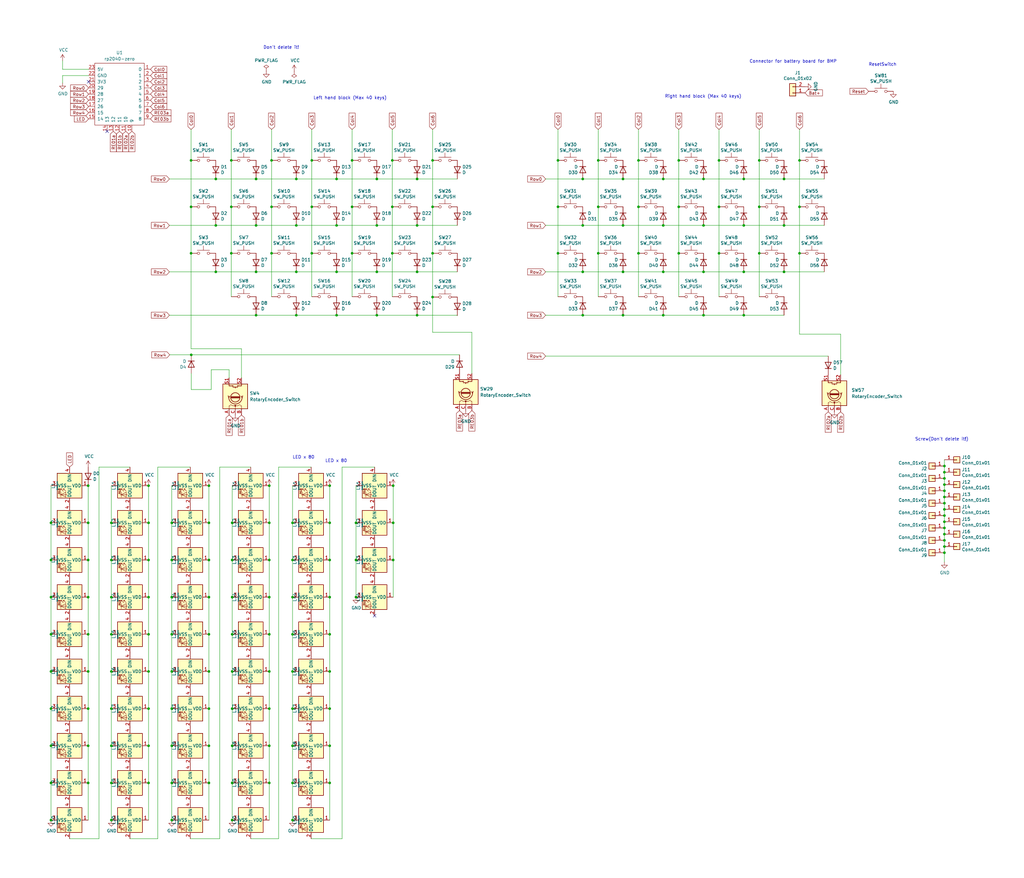
<source format=kicad_sch>
(kicad_sch (version 20230121) (generator eeschema)
  (paper "User" 419.989 360.045)
  (junction (at 144.399 103.886))
  (junction (at 160.909 84.836))
  (junction (at 135.2182 290.6324))
  (junction (at 228.854 84.8116))
  (junction (at 105.029 92.456))
  (junction (at 144.399 84.836))
  (junction (at 45.6832 229.6724))
  (junction (at 85.6882 244.9124))
  (junction (at 278.384 65.786))
  (junction (at 94.869 84.836))
  (junction (at 60.9232 275.3924))
  (junction (at 36.1582 244.9124))
  (junction (at 327.914 65.786))
  (junction (at 305.054 73.406))
  (junction (at 171.069 111.506))
  (junction (at 36.1582 214.4324))
  (junction (at 154.559 111.506))
  (junction (at 85.6882 229.6724))
  (junction (at 119.9782 275.3924))
  (junction (at 110.4532 244.9124))
  (junction (at 45.6832 275.3924))
  (junction (at 110.4532 214.4324))
  (junction (at 110.4532 199.1924))
  (junction (at 255.524 92.456))
  (junction (at 20.9182 214.4324))
  (junction (at 20.9182 260.1524))
  (junction (at 288.544 92.456))
  (junction (at 228.854 103.886))
  (junction (at 321.564 111.506))
  (junction (at 387.35 219.075))
  (junction (at 60.9232 260.1524))
  (junction (at 387.35 193.675))
  (junction (at 85.6882 214.4324))
  (junction (at 387.35 213.995))
  (junction (at 311.404 65.786))
  (junction (at 305.054 129.286))
  (junction (at 36.1582 305.8724))
  (junction (at 60.9232 214.4324))
  (junction (at 144.399 65.786))
  (junction (at 239.014 92.456))
  (junction (at 105.029 111.506))
  (junction (at 121.539 129.286))
  (junction (at 146.0132 244.9124))
  (junction (at 135.2182 260.1524))
  (junction (at 171.069 92.456))
  (junction (at 45.6832 290.6324))
  (junction (at 110.4532 305.8724))
  (junction (at 171.069 73.406))
  (junction (at 121.539 73.406))
  (junction (at 387.35 221.615))
  (junction (at 311.404 84.836))
  (junction (at 228.854 65.7848))
  (junction (at 387.35 216.535))
  (junction (at 239.014 111.506))
  (junction (at 60.9232 199.1924))
  (junction (at 111.379 103.886))
  (junction (at 70.4482 260.1524))
  (junction (at 110.4532 275.3924))
  (junction (at 88.519 111.506))
  (junction (at 177.419 84.836))
  (junction (at 95.2132 229.6724))
  (junction (at 85.6882 305.8724))
  (junction (at 88.519 73.406))
  (junction (at 70.4482 305.8724))
  (junction (at 161.2532 214.4324))
  (junction (at 387.35 196.215))
  (junction (at 119.9782 244.9124))
  (junction (at 138.049 73.406))
  (junction (at 305.054 92.456))
  (junction (at 387.35 206.375))
  (junction (at 20.9182 336.3524))
  (junction (at 288.544 73.406))
  (junction (at 60.9232 229.6724))
  (junction (at 45.6832 305.8724))
  (junction (at 20.9182 321.1124))
  (junction (at 111.379 65.786))
  (junction (at 177.419 121.8349))
  (junction (at 105.029 73.406))
  (junction (at 78.4425 145.542))
  (junction (at 119.9782 290.6324))
  (junction (at 85.6882 260.1524))
  (junction (at 45.6832 244.9124))
  (junction (at 95.2132 290.6324))
  (junction (at 255.524 129.286))
  (junction (at 321.564 73.406))
  (junction (at 135.2182 275.3924))
  (junction (at 272.034 73.406))
  (junction (at 327.914 103.886))
  (junction (at 154.559 92.456))
  (junction (at 70.4482 290.6324))
  (junction (at 36.1582 275.3924))
  (junction (at 36.1582 321.1124))
  (junction (at 387.35 224.155))
  (junction (at 261.874 103.886))
  (junction (at 171.069 129.286))
  (junction (at 127.889 84.836))
  (junction (at 138.049 92.456))
  (junction (at 387.35 198.755))
  (junction (at 78.359 84.836))
  (junction (at 36.1582 229.6724))
  (junction (at 272.034 111.506))
  (junction (at 146.0132 229.6724))
  (junction (at 20.9182 244.9124))
  (junction (at 387.35 226.695))
  (junction (at 95.2132 305.8724))
  (junction (at 327.914 84.836))
  (junction (at 272.034 92.456))
  (junction (at 60.9232 290.6324))
  (junction (at 95.2132 214.4324))
  (junction (at 85.6882 290.6324))
  (junction (at 121.539 92.456))
  (junction (at 20.9182 290.6324))
  (junction (at 135.2182 199.1924))
  (junction (at 78.359 65.786))
  (junction (at 288.544 111.506))
  (junction (at 135.2182 305.8724))
  (junction (at 70.4482 321.1124))
  (junction (at 110.4532 229.6724))
  (junction (at 36.1582 199.1924))
  (junction (at 36.1582 290.6324))
  (junction (at 127.889 65.786))
  (junction (at 94.869 65.786))
  (junction (at 36.1582 260.1524))
  (junction (at 294.894 103.886))
  (junction (at 94.869 103.886))
  (junction (at 261.874 84.836))
  (junction (at 119.9782 229.6724))
  (junction (at 135.2182 214.4324))
  (junction (at 387.35 208.915))
  (junction (at 161.2532 229.6724))
  (junction (at 70.4482 275.3924))
  (junction (at 245.364 84.836))
  (junction (at 70.4482 336.3524))
  (junction (at 45.6832 214.4324))
  (junction (at 245.364 103.886))
  (junction (at 272.034 129.286))
  (junction (at 45.6832 336.3524))
  (junction (at 154.559 129.286))
  (junction (at 121.539 111.506))
  (junction (at 119.9782 260.1524))
  (junction (at 20.9182 229.6724))
  (junction (at 60.9232 321.1124))
  (junction (at 95.2132 336.3524))
  (junction (at 138.049 129.286))
  (junction (at 85.6882 199.1924))
  (junction (at 60.9232 244.9124))
  (junction (at 135.2182 229.6724))
  (junction (at 110.4532 260.1524))
  (junction (at 146.0132 214.4324))
  (junction (at 95.2132 244.9124))
  (junction (at 135.2182 244.9124))
  (junction (at 45.6832 260.1524))
  (junction (at 20.9182 275.3924))
  (junction (at 111.379 84.836))
  (junction (at 45.6832 321.1124))
  (junction (at 119.9782 321.1124))
  (junction (at 88.519 92.456))
  (junction (at 278.384 103.886))
  (junction (at 261.874 65.786))
  (junction (at 311.404 103.886))
  (junction (at 160.909 103.886))
  (junction (at 177.419 65.786))
  (junction (at 110.4532 321.1124))
  (junction (at 70.4482 244.9124))
  (junction (at 278.384 84.836))
  (junction (at 387.35 203.835))
  (junction (at 135.2182 321.1124))
  (junction (at 387.35 211.455))
  (junction (at 119.9782 214.4324))
  (junction (at 288.544 129.286))
  (junction (at 70.4482 214.4324))
  (junction (at 138.049 111.506))
  (junction (at 305.054 111.506))
  (junction (at 177.419 103.886))
  (junction (at 85.6882 275.3924))
  (junction (at 160.909 65.786))
  (junction (at 127.889 103.886))
  (junction (at 387.35 191.135))
  (junction (at 119.9782 305.8724))
  (junction (at 110.4532 290.6324))
  (junction (at 321.564 92.456))
  (junction (at 70.4482 229.6724))
  (junction (at 161.2532 199.1924))
  (junction (at 95.2132 321.1124))
  (junction (at 119.9782 336.3524))
  (junction (at 78.359 103.886))
  (junction (at 294.894 84.836))
  (junction (at 245.364 65.786))
  (junction (at 95.2132 260.1524))
  (junction (at 239.014 73.406))
  (junction (at 85.6882 321.1124))
  (junction (at 95.2132 275.3924))
  (junction (at 60.9232 305.8724))
  (junction (at 105.029 129.286))
  (junction (at 387.35 201.295))
  (junction (at 154.559 73.406))
  (junction (at 255.524 111.506))
  (junction (at 294.894 65.786))
  (junction (at 20.9182 305.8724))
  (junction (at 239.014 129.286))
  (junction (at 255.524 73.406))
  (no_connect (at 153.6332 252.5324))
  (no_connect (at 36.322 33.528))
  (no_connect (at 43.942 53.848))
  (wire (pts (xy 387.35 213.995) (xy 387.35 216.535)))
  (wire (pts (xy 327.914 103.886) (xy 327.914 137.037)))
  (wire (pts (xy 294.894 84.836) (xy 294.894 103.886)))
  (wire (pts (xy 327.914 84.836) (xy 327.914 103.886)))
  (wire (pts (xy 387.35 191.135) (xy 387.35 193.675)))
  (wire (pts (xy 85.6882 229.6724) (xy 85.6882 244.9124)))
  (wire (pts (xy 36.1582 229.6724) (xy 36.1582 244.9124)))
  (wire (pts (xy 387.35 211.455) (xy 387.35 213.995)))
  (wire (pts (xy 144.399 84.836) (xy 144.399 103.886)))
  (wire (pts (xy 105.029 92.456) (xy 121.539 92.456)))
  (wire (pts (xy 86.614 159.766) (xy 86.614 151.638)))
  (wire (pts (xy 85.6882 305.8724) (xy 85.6882 321.1124)))
  (wire (pts (xy 146.0132 199.1924) (xy 146.0132 214.4324)))
  (wire (pts (xy 36.1582 214.4324) (xy 36.1582 229.6724)))
  (wire (pts (xy 20.9182 290.6324) (xy 20.9182 305.8724)))
  (wire (pts (xy 45.6832 199.1924) (xy 45.6832 214.4324)))
  (wire (pts (xy 177.419 53.086) (xy 177.419 65.786)))
  (wire (pts (xy 70.4482 275.3924) (xy 70.4482 290.6324)))
  (wire (pts (xy 110.4532 244.9124) (xy 110.4532 260.1524)))
  (wire (pts (xy 228.854 103.886) (xy 228.854 121.666)))
  (wire (pts (xy 272.034 111.506) (xy 288.544 111.506)))
  (wire (pts (xy 305.054 92.456) (xy 321.564 92.456)))
  (wire (pts (xy 344.7692 137.037) (xy 344.7692 153.67)))
  (wire (pts (xy 36.1582 290.6324) (xy 36.1582 305.8724)))
  (wire (pts (xy 20.9182 321.1124) (xy 20.9182 336.3524)))
  (wire (pts (xy 135.2182 229.6724) (xy 135.2182 244.9124)))
  (wire (pts (xy 160.909 65.786) (xy 160.909 84.836)))
  (wire (pts (xy 144.399 103.886) (xy 144.399 121.666)))
  (wire (pts (xy 45.6832 244.9124) (xy 45.6832 260.1524)))
  (wire (pts (xy 36.1582 244.9124) (xy 36.1582 260.1524)))
  (wire (pts (xy 177.419 136.3111) (xy 193.548 136.3111)))
  (wire (pts (xy 177.419 103.886) (xy 177.419 121.8349)))
  (wire (pts (xy 146.0132 229.6724) (xy 146.0132 244.9124)))
  (wire (pts (xy 119.9782 275.3924) (xy 119.9782 290.6324)))
  (wire (pts (xy 60.9232 321.1124) (xy 60.9232 336.3524)))
  (wire (pts (xy 387.35 196.215) (xy 387.35 198.755)))
  (wire (pts (xy 278.384 84.836) (xy 278.384 103.886)))
  (wire (pts (xy 387.35 201.295) (xy 387.35 203.835)))
  (wire (pts (xy 20.9182 260.1524) (xy 20.9182 275.3924)))
  (wire (pts (xy 278.384 53.086) (xy 278.384 65.786)))
  (wire (pts (xy 171.069 129.286) (xy 187.579 129.286)))
  (wire (pts (xy 20.9182 244.9124) (xy 20.9182 260.1524)))
  (wire (pts (xy 28.5382 343.9724) (xy 40.6032 343.9724)))
  (wire (pts (xy 154.559 129.286) (xy 171.069 129.286)))
  (wire (pts (xy 327.914 53.086) (xy 327.914 65.786)))
  (wire (pts (xy 78.4425 153.162) (xy 78.4425 159.766)))
  (wire (pts (xy 255.524 92.456) (xy 272.034 92.456)))
  (wire (pts (xy 95.2132 275.3924) (xy 95.2132 290.6324)))
  (wire (pts (xy 154.559 73.406) (xy 171.069 73.406)))
  (wire (pts (xy 85.6882 321.1124) (xy 85.6882 336.3524)))
  (wire (pts (xy 135.2182 214.4324) (xy 135.2182 229.6724)))
  (wire (pts (xy 36.322 28.448) (xy 25.654 28.448)))
  (wire (pts (xy 239.014 129.286) (xy 255.524 129.286)))
  (wire (pts (xy 88.519 111.506) (xy 69.469 111.506)))
  (wire (pts (xy 121.539 111.506) (xy 138.049 111.506)))
  (wire (pts (xy 121.539 129.286) (xy 138.049 129.286)))
  (wire (pts (xy 78.4425 159.766) (xy 86.614 159.766)))
  (wire (pts (xy 119.9782 321.1124) (xy 119.9782 336.3524)))
  (wire (pts (xy 88.519 92.456) (xy 105.029 92.456)))
  (wire (pts (xy 95.2132 199.1924) (xy 95.2132 214.4324)))
  (wire (pts (xy 78.359 84.836) (xy 78.359 103.886)))
  (wire (pts (xy 387.35 206.375) (xy 387.35 208.915)))
  (wire (pts (xy 171.069 92.456) (xy 187.579 92.456)))
  (wire (pts (xy 95.2132 229.6724) (xy 95.2132 244.9124)))
  (wire (pts (xy 288.544 129.286) (xy 305.054 129.286)))
  (wire (pts (xy 127.889 53.086) (xy 127.889 65.786)))
  (wire (pts (xy 144.399 65.786) (xy 144.399 84.836)))
  (wire (pts (xy 261.874 103.886) (xy 261.874 121.666)))
  (wire (pts (xy 171.069 73.406) (xy 187.579 73.406)))
  (wire (pts (xy 305.054 73.406) (xy 321.564 73.406)))
  (wire (pts (xy 110.4532 199.1924) (xy 110.4532 214.4324)))
  (wire (pts (xy 387.35 203.835) (xy 387.35 206.375)))
  (wire (pts (xy 161.2532 199.1924) (xy 161.2532 214.4324)))
  (wire (pts (xy 95.2132 260.1524) (xy 95.2132 275.3924)))
  (wire (pts (xy 60.9232 305.8724) (xy 60.9232 321.1124)))
  (wire (pts (xy 121.539 92.456) (xy 138.049 92.456)))
  (wire (pts (xy 85.6882 260.1524) (xy 85.6882 275.3924)))
  (wire (pts (xy 239.014 73.406) (xy 255.524 73.406)))
  (wire (pts (xy 114.2632 343.9724) (xy 114.2632 191.5724)))
  (wire (pts (xy 36.322 30.988) (xy 25.654 30.988)))
  (wire (pts (xy 288.544 111.506) (xy 305.054 111.506)))
  (wire (pts (xy 40.6032 191.5724) (xy 53.3032 191.5724)))
  (wire (pts (xy 135.2182 244.9124) (xy 135.2182 260.1524)))
  (wire (pts (xy 138.049 73.406) (xy 154.559 73.406)))
  (wire (pts (xy 387.35 208.915) (xy 387.35 211.455)))
  (wire (pts (xy 45.6832 321.1124) (xy 45.6832 336.3524)))
  (wire (pts (xy 140.2982 343.9724) (xy 140.2982 191.5724)))
  (wire (pts (xy 245.364 65.786) (xy 245.364 84.836)))
  (wire (pts (xy 93.9613 151.638) (xy 93.9613 154.9678)))
  (wire (pts (xy 85.6882 199.1924) (xy 85.6882 214.4324)))
  (wire (pts (xy 223.774 146.05) (xy 339.6892 146.05)))
  (wire (pts (xy 88.519 73.406) (xy 69.469 73.406)))
  (wire (pts (xy 135.2182 260.1524) (xy 135.2182 275.3924)))
  (wire (pts (xy 161.2532 214.4324) (xy 161.2532 229.6724)))
  (wire (pts (xy 387.35 224.155) (xy 387.35 226.695)))
  (wire (pts (xy 110.4532 321.1124) (xy 110.4532 336.3524)))
  (wire (pts (xy 94.869 84.836) (xy 94.869 103.886)))
  (wire (pts (xy 60.9232 275.3924) (xy 60.9232 290.6324)))
  (wire (pts (xy 135.2182 199.1924) (xy 135.2182 214.4324)))
  (wire (pts (xy 70.4482 321.1124) (xy 70.4482 336.3524)))
  (wire (pts (xy 144.399 53.086) (xy 144.399 65.786)))
  (wire (pts (xy 161.2532 229.6724) (xy 161.2532 244.9124)))
  (wire (pts (xy 25.654 28.448) (xy 25.654 24.892)))
  (wire (pts (xy 138.049 92.456) (xy 154.559 92.456)))
  (wire (pts (xy 88.519 92.456) (xy 69.469 92.456)))
  (wire (pts (xy 94.869 65.786) (xy 94.869 84.836)))
  (wire (pts (xy 288.544 92.456) (xy 305.054 92.456)))
  (wire (pts (xy 121.539 73.406) (xy 138.049 73.406)))
  (wire (pts (xy 70.4482 290.6324) (xy 70.4482 305.8724)))
  (wire (pts (xy 138.049 111.506) (xy 154.559 111.506)))
  (wire (pts (xy 20.9182 305.8724) (xy 20.9182 321.1124)))
  (wire (pts (xy 111.379 103.886) (xy 111.379 121.666)))
  (wire (pts (xy 53.3032 343.9724) (xy 64.7332 343.9724)))
  (wire (pts (xy 78.359 53.086) (xy 78.359 65.786)))
  (wire (pts (xy 111.379 65.786) (xy 111.379 84.836)))
  (wire (pts (xy 105.029 111.506) (xy 121.539 111.506)))
  (wire (pts (xy 78.0682 343.9724) (xy 90.1332 343.9724)))
  (wire (pts (xy 70.4482 244.9124) (xy 70.4482 260.1524)))
  (wire (pts (xy 228.854 84.8116) (xy 228.854 103.886)))
  (wire (pts (xy 311.404 84.836) (xy 311.404 103.886)))
  (wire (pts (xy 272.034 129.286) (xy 288.544 129.286)))
  (wire (pts (xy 387.35 193.675) (xy 387.35 196.215)))
  (wire (pts (xy 177.419 84.836) (xy 177.419 103.886)))
  (wire (pts (xy 105.029 129.286) (xy 121.539 129.286)))
  (wire (pts (xy 305.054 111.506) (xy 321.564 111.506)))
  (wire (pts (xy 327.914 65.786) (xy 327.914 84.836)))
  (wire (pts (xy 60.9232 260.1524) (xy 60.9232 275.3924)))
  (wire (pts (xy 321.564 111.506) (xy 338.074 111.506)))
  (wire (pts (xy 127.5982 343.9724) (xy 140.2982 343.9724)))
  (wire (pts (xy 45.6832 275.3924) (xy 45.6832 290.6324)))
  (wire (pts (xy 245.364 103.886) (xy 245.364 121.666)))
  (wire (pts (xy 114.2632 191.5724) (xy 127.5982 191.5724)))
  (wire (pts (xy 171.069 111.506) (xy 187.579 111.506)))
  (wire (pts (xy 255.524 73.406) (xy 272.034 73.406)))
  (wire (pts (xy 70.4482 214.4324) (xy 70.4482 229.6724)))
  (wire (pts (xy 140.2982 191.5724) (xy 153.6332 191.5724)))
  (wire (pts (xy 90.1332 343.9724) (xy 90.1332 191.5724)))
  (wire (pts (xy 78.359 103.886) (xy 78.359 143.0059)))
  (wire (pts (xy 69.469 129.286) (xy 105.029 129.286)))
  (wire (pts (xy 85.6882 290.6324) (xy 85.6882 305.8724)))
  (wire (pts (xy 36.1582 275.3924) (xy 36.1582 290.6324)))
  (wire (pts (xy 60.9232 214.4324) (xy 60.9232 229.6724)))
  (wire (pts (xy 294.894 53.086) (xy 294.894 65.786)))
  (wire (pts (xy 228.854 65.7848) (xy 228.854 84.8116)))
  (wire (pts (xy 387.35 219.075) (xy 387.35 221.615)))
  (wire (pts (xy 45.6832 290.6324) (xy 45.6832 305.8724)))
  (wire (pts (xy 193.548 136.3111) (xy 193.548 153.162)))
  (wire (pts (xy 78.359 65.786) (xy 78.359 84.836)))
  (wire (pts (xy 70.4482 260.1524) (xy 70.4482 275.3924)))
  (wire (pts (xy 20.9182 275.3924) (xy 20.9182 290.6324)))
  (wire (pts (xy 99.0413 143.0059) (xy 99.0413 154.9678)))
  (wire (pts (xy 70.4482 229.6724) (xy 70.4482 244.9124)))
  (wire (pts (xy 154.559 92.456) (xy 171.069 92.456)))
  (wire (pts (xy 110.4532 214.4324) (xy 110.4532 229.6724)))
  (wire (pts (xy 311.404 103.886) (xy 311.404 121.666)))
  (wire (pts (xy 110.4532 305.8724) (xy 110.4532 321.1124)))
  (wire (pts (xy 94.869 103.886) (xy 94.869 121.666)))
  (wire (pts (xy 40.6032 343.9724) (xy 40.6032 191.5724)))
  (wire (pts (xy 239.014 73.406) (xy 239.014 73.4048)))
  (wire (pts (xy 261.874 65.786) (xy 261.874 84.836)))
  (wire (pts (xy 36.1582 305.8724) (xy 36.1582 321.1124)))
  (wire (pts (xy 60.9232 244.9124) (xy 60.9232 260.1524)))
  (wire (pts (xy 311.404 53.086) (xy 311.404 65.786)))
  (wire (pts (xy 127.889 103.886) (xy 127.889 121.666)))
  (wire (pts (xy 78.4425 145.542) (xy 188.468 145.542)))
  (wire (pts (xy 119.9782 214.4324) (xy 119.9782 229.6724)))
  (wire (pts (xy 387.35 216.535) (xy 387.35 219.075)))
  (wire (pts (xy 94.869 53.086) (xy 94.869 65.786)))
  (wire (pts (xy 64.7332 343.9724) (xy 64.7332 191.5724)))
  (wire (pts (xy 154.559 111.506) (xy 171.069 111.506)))
  (wire (pts (xy 261.874 53.086) (xy 261.874 65.786)))
  (wire (pts (xy 88.519 111.506) (xy 105.029 111.506)))
  (wire (pts (xy 85.6882 214.4324) (xy 85.6882 229.6724)))
  (wire (pts (xy 60.9232 290.6324) (xy 60.9232 305.8724)))
  (wire (pts (xy 95.2132 214.4324) (xy 95.2132 229.6724)))
  (wire (pts (xy 387.35 198.755) (xy 387.35 201.295)))
  (wire (pts (xy 294.894 65.786) (xy 294.894 84.836)))
  (wire (pts (xy 111.379 84.836) (xy 111.379 103.886)))
  (wire (pts (xy 110.4532 229.6724) (xy 110.4532 244.9124)))
  (wire (pts (xy 119.9782 305.8724) (xy 119.9782 321.1124)))
  (wire (pts (xy 387.35 188.595) (xy 387.35 191.135)))
  (wire (pts (xy 245.364 84.836) (xy 245.364 103.886)))
  (wire (pts (xy 255.524 111.506) (xy 272.034 111.506)))
  (wire (pts (xy 111.379 53.086) (xy 111.379 65.786)))
  (wire (pts (xy 105.029 73.406) (xy 121.539 73.406)))
  (wire (pts (xy 70.4482 305.8724) (xy 70.4482 321.1124)))
  (wire (pts (xy 119.9782 260.1524) (xy 119.9782 275.3924)))
  (wire (pts (xy 36.1582 260.1524) (xy 36.1582 275.3924)))
  (wire (pts (xy 177.419 121.8349) (xy 177.419 136.3111)))
  (wire (pts (xy 45.6832 260.1524) (xy 45.6832 275.3924)))
  (wire (pts (xy 223.774 129.286) (xy 239.014 129.286)))
  (wire (pts (xy 60.9232 229.6724) (xy 60.9232 244.9124)))
  (wire (pts (xy 278.384 65.786) (xy 278.384 84.836)))
  (wire (pts (xy 160.909 103.886) (xy 160.909 121.666)))
  (wire (pts (xy 135.2182 275.3924) (xy 135.2182 290.6324)))
  (wire (pts (xy 110.4532 260.1524) (xy 110.4532 275.3924)))
  (wire (pts (xy 45.6832 305.8724) (xy 45.6832 321.1124)))
  (wire (pts (xy 288.544 73.406) (xy 305.054 73.406)))
  (wire (pts (xy 135.2182 321.1124) (xy 135.2182 336.3524)))
  (wire (pts (xy 127.889 65.786) (xy 127.889 84.836)))
  (wire (pts (xy 95.2132 244.9124) (xy 95.2132 260.1524)))
  (wire (pts (xy 321.564 92.456) (xy 338.074 92.456)))
  (wire (pts (xy 160.909 84.836) (xy 160.909 103.886)))
  (wire (pts (xy 387.35 226.695) (xy 387.35 230.505)))
  (wire (pts (xy 78.4425 145.542) (xy 69.596 145.542)))
  (wire (pts (xy 311.404 65.786) (xy 311.404 84.836)))
  (wire (pts (xy 90.1332 191.5724) (xy 102.8332 191.5724)))
  (wire (pts (xy 110.4532 290.6324) (xy 110.4532 305.8724)))
  (wire (pts (xy 305.054 129.286) (xy 321.564 129.286)))
  (wire (pts (xy 70.4482 199.1924) (xy 70.4482 214.4324)))
  (wire (pts (xy 36.1582 199.1924) (xy 36.1582 214.4324)))
  (wire (pts (xy 20.9182 199.1924) (xy 20.9182 214.4324)))
  (wire (pts (xy 102.8332 343.9724) (xy 114.2632 343.9724)))
  (wire (pts (xy 239.014 92.456) (xy 239.014 92.4316)))
  (wire (pts (xy 294.894 103.886) (xy 294.894 121.666)))
  (wire (pts (xy 160.909 53.086) (xy 160.909 65.786)))
  (wire (pts (xy 387.35 221.615) (xy 387.35 224.155)))
  (wire (pts (xy 223.774 92.456) (xy 239.014 92.456)))
  (wire (pts (xy 85.6882 275.3924) (xy 85.6882 290.6324)))
  (wire (pts (xy 223.774 73.406) (xy 239.014 73.406)))
  (wire (pts (xy 78.359 143.0059) (xy 99.0413 143.0059)))
  (wire (pts (xy 25.654 30.988) (xy 25.654 34.036)))
  (wire (pts (xy 95.2132 321.1124) (xy 95.2132 336.3524)))
  (wire (pts (xy 255.524 129.286) (xy 272.034 129.286)))
  (wire (pts (xy 20.9182 214.4324) (xy 20.9182 229.6724)))
  (wire (pts (xy 228.854 53.086) (xy 228.854 65.7848)))
  (wire (pts (xy 146.0132 214.4324) (xy 146.0132 229.6724)))
  (wire (pts (xy 119.9782 229.6724) (xy 119.9782 244.9124)))
  (wire (pts (xy 119.9782 244.9124) (xy 119.9782 260.1524)))
  (wire (pts (xy 245.364 53.086) (xy 245.364 65.786)))
  (wire (pts (xy 95.2132 305.8724) (xy 95.2132 321.1124)))
  (wire (pts (xy 110.4532 275.3924) (xy 110.4532 290.6324)))
  (wire (pts (xy 86.614 151.638) (xy 93.9613 151.638)))
  (wire (pts (xy 119.9782 290.6324) (xy 119.9782 305.8724)))
  (wire (pts (xy 64.7332 191.5724) (xy 78.0682 191.5724)))
  (wire (pts (xy 88.519 73.406) (xy 105.029 73.406)))
  (wire (pts (xy 278.384 103.886) (xy 278.384 121.666)))
  (wire (pts (xy 239.014 92.456) (xy 255.524 92.456)))
  (wire (pts (xy 85.6882 244.9124) (xy 85.6882 260.1524)))
  (wire (pts (xy 60.9232 199.1924) (xy 60.9232 214.4324)))
  (wire (pts (xy 45.6832 214.4324) (xy 45.6832 229.6724)))
  (wire (pts (xy 36.1582 321.1124) (xy 36.1582 336.3524)))
  (wire (pts (xy 135.2182 305.8724) (xy 135.2182 321.1124)))
  (wire (pts (xy 239.014 111.506) (xy 255.524 111.506)))
  (wire (pts (xy 119.9782 199.1924) (xy 119.9782 214.4324)))
  (wire (pts (xy 138.049 129.286) (xy 154.559 129.286)))
  (wire (pts (xy 272.034 92.456) (xy 288.544 92.456)))
  (wire (pts (xy 127.889 84.836) (xy 127.889 103.886)))
  (wire (pts (xy 223.774 111.506) (xy 239.014 111.506)))
  (wire (pts (xy 95.2132 290.6324) (xy 95.2132 305.8724)))
  (wire (pts (xy 261.874 84.836) (xy 261.874 103.886)))
  (wire (pts (xy 45.6832 229.6724) (xy 45.6832 244.9124)))
  (wire (pts (xy 187.579 129.286) (xy 187.579 129.4549)))
  (wire (pts (xy 327.914 137.037) (xy 344.7692 137.037)))
  (wire (pts (xy 177.419 65.786) (xy 177.419 84.836)))
  (wire (pts (xy 135.2182 290.6324) (xy 135.2182 305.8724)))
  (wire (pts (xy 321.564 73.406) (xy 338.074 73.406)))
  (wire (pts (xy 272.034 73.406) (xy 288.544 73.406)))
  (wire (pts (xy 20.9182 229.6724) (xy 20.9182 244.9124)))
  (text "LED x 80" (at 119.9782 188.3974 0) (effects (font (size 1.27 1.27)) (justify left bottom)))
  (text "Left hand block (Max 40 keys)" (at 128.524 41.021 0) (effects (font (size 1.27 1.27)) (justify left bottom)))
  (text "Connector for battery board for BMP" (at 307.34 26.035 0) (effects (font (size 1.27 1.27)) (justify left bottom)))
  (text "Screw(Don't delete it!)" (at 375.285 180.975 0) (effects (font (size 1.27 1.27)) (justify left bottom)))
  (text "LED x 80" (at 133.35 189.865 0) (effects (font (size 1.27 1.27)) (justify left bottom)))
  (text "ResetSwitch" (at 356.235 27.305 0) (effects (font (size 1.27 1.27)) (justify left bottom)))
  (text "Don't delete it!" (at 107.95 20.32 0) (effects (font (size 1.27 1.27)) (justify left bottom)))
  (text "Right hand block (Max 40 keys)" (at 272.669 40.386 0) (effects (font (size 1.27 1.27)) (justify left bottom)))
  (global_label "Row1" (shape input) (at 69.469 92.456 180) (property "Intersheetrefs" "${INTERSHEET_REFS}" (effects hide)))
  (global_label "Col3" (shape input) (at 61.722 36.068 0) (property "Intersheetrefs" "${INTERSHEET_REFS}" (effects hide)))
  (global_label "Col3" (shape input) (at 278.384 53.086 90) (property "Intersheetrefs" "${INTERSHEET_REFS}" (effects hide)))
  (global_label "Row0" (shape input) (at 69.469 73.406 180) (property "Intersheetrefs" "${INTERSHEET_REFS}" (effects hide)))
  (global_label "Col0" (shape input) (at 61.722 28.448 0) (property "Intersheetrefs" "${INTERSHEET_REFS}" (effects hide)))
  (global_label "Col0" (shape input) (at 78.359 53.086 90) (property "Intersheetrefs" "${INTERSHEET_REFS}" (effects hide)))
  (global_label "Col5" (shape input) (at 61.722 41.148 0) (property "Intersheetrefs" "${INTERSHEET_REFS}" (effects hide)))
  (global_label "RE03a" (shape input) (at 61.722 46.228 0) (property "Intersheetrefs" "${INTERSHEET_REFS}" (effects hide)))
  (global_label "Row4" (shape input) (at 36.322 46.228 180) (property "Intersheetrefs" "${INTERSHEET_REFS}" (effects hide)))
  (global_label "Col4" (shape input) (at 61.722 38.608 0) (property "Intersheetrefs" "${INTERSHEET_REFS}" (effects hide)))
  (global_label "Row0" (shape input) (at 223.774 73.406 180) (property "Intersheetrefs" "${INTERSHEET_REFS}" (effects hide)))
  (global_label "RE01b" (shape input) (at 99.0413 170.2078 270) (property "Intersheetrefs" "${INTERSHEET_REFS}" (effects hide)))
  (global_label "Col6" (shape input) (at 327.914 53.086 90) (property "Intersheetrefs" "${INTERSHEET_REFS}" (effects hide)))
  (global_label "Row3" (shape input) (at 36.322 43.688 180) (property "Intersheetrefs" "${INTERSHEET_REFS}" (effects hide)))
  (global_label "RE02b" (shape input) (at 54.102 53.848 270) (property "Intersheetrefs" "${INTERSHEET_REFS}" (effects hide)))
  (global_label "Col2" (shape input) (at 61.722 33.528 0) (property "Intersheetrefs" "${INTERSHEET_REFS}" (effects hide)))
  (global_label "Col1" (shape input) (at 94.869 53.086 90) (property "Intersheetrefs" "${INTERSHEET_REFS}" (effects hide)))
  (global_label "LED" (shape input) (at 36.322 48.768 180) (property "Intersheetrefs" "${INTERSHEET_REFS}" (effects hide)))
  (global_label "LED" (shape input) (at 28.5382 191.5724 90) (property "Intersheetrefs" "${INTERSHEET_REFS}" (effects hide)))
  (global_label "RE02a" (shape input) (at 51.562 53.848 270) (property "Intersheetrefs" "${INTERSHEET_REFS}" (effects hide)))
  (global_label "Col0" (shape input) (at 228.854 53.086 90) (property "Intersheetrefs" "${INTERSHEET_REFS}" (effects hide)))
  (global_label "RE02a" (shape input) (at 339.6892 168.91 270) (property "Intersheetrefs" "${INTERSHEET_REFS}" (effects hide)))
  (global_label "Col2" (shape input) (at 111.379 53.086 90) (property "Intersheetrefs" "${INTERSHEET_REFS}" (effects hide)))
  (global_label "Col5" (shape input) (at 311.404 53.086 90) (property "Intersheetrefs" "${INTERSHEET_REFS}" (effects hide)))
  (global_label "Bat+" (shape input) (at 330.2 38.1 0) (property "Intersheetrefs" "${INTERSHEET_REFS}" (effects hide)))
  (global_label "Row3" (shape input) (at 69.469 129.286 180) (property "Intersheetrefs" "${INTERSHEET_REFS}" (effects hide)))
  (global_label "RE03a" (shape input) (at 188.468 168.402 270) (property "Intersheetrefs" "${INTERSHEET_REFS}" (effects hide)))
  (global_label "Row0" (shape input) (at 36.322 36.068 180) (property "Intersheetrefs" "${INTERSHEET_REFS}" (effects hide)))
  (global_label "RE01b" (shape input) (at 49.022 53.848 270) (property "Intersheetrefs" "${INTERSHEET_REFS}" (effects hide)))
  (global_label "Col1" (shape input) (at 61.722 30.988 0) (property "Intersheetrefs" "${INTERSHEET_REFS}" (effects hide)))
  (global_label "RE03b" (shape input) (at 61.722 48.768 0) (property "Intersheetrefs" "${INTERSHEET_REFS}" (effects hide)))
  (global_label "Reset" (shape input) (at 356.235 37.465 180) (property "Intersheetrefs" "${INTERSHEET_REFS}" (effects hide)))
  (global_label "Row2" (shape input) (at 36.322 41.148 180) (property "Intersheetrefs" "${INTERSHEET_REFS}" (effects hide)))
  (global_label "Col3" (shape input) (at 127.889 53.086 90) (property "Intersheetrefs" "${INTERSHEET_REFS}" (effects hide)))
  (global_label "Col5" (shape input) (at 160.909 53.086 90) (property "Intersheetrefs" "${INTERSHEET_REFS}" (effects hide)))
  (global_label "Col4" (shape input) (at 294.894 53.086 90) (property "Intersheetrefs" "${INTERSHEET_REFS}" (effects hide)))
  (global_label "Row2" (shape input) (at 69.469 111.506 180) (property "Intersheetrefs" "${INTERSHEET_REFS}" (effects hide)))
  (global_label "Row4" (shape input) (at 223.774 146.05 180) (property "Intersheetrefs" "${INTERSHEET_REFS}" (effects hide)))
  (global_label "Col4" (shape input) (at 144.399 53.086 90) (property "Intersheetrefs" "${INTERSHEET_REFS}" (effects hide)))
  (global_label "Row2" (shape input) (at 223.774 111.506 180) (property "Intersheetrefs" "${INTERSHEET_REFS}" (effects hide)))
  (global_label "RE01a" (shape input) (at 93.9613 170.2078 270) (property "Intersheetrefs" "${INTERSHEET_REFS}" (effects hide)))
  (global_label "RE03b" (shape input) (at 193.548 168.402 270) (property "Intersheetrefs" "${INTERSHEET_REFS}" (effects hide)))
  (global_label "Row1" (shape input) (at 36.322 38.608 180) (property "Intersheetrefs" "${INTERSHEET_REFS}" (effects hide)))
  (global_label "RE02b" (shape input) (at 344.7692 168.91 270) (property "Intersheetrefs" "${INTERSHEET_REFS}" (effects hide)))
  (global_label "Col2" (shape input) (at 261.874 53.086 90) (property "Intersheetrefs" "${INTERSHEET_REFS}" (effects hide)))
  (global_label "Row4" (shape input) (at 69.596 145.542 180) (property "Intersheetrefs" "${INTERSHEET_REFS}" (effects hide)))
  (global_label "Col6" (shape input) (at 177.419 53.086 90) (property "Intersheetrefs" "${INTERSHEET_REFS}" (effects hide)))
  (global_label "Row1" (shape input) (at 223.774 92.456 180) (property "Intersheetrefs" "${INTERSHEET_REFS}" (effects hide)))
  (global_label "Row3" (shape input) (at 223.774 129.286 180) (property "Intersheetrefs" "${INTERSHEET_REFS}" (effects hide)))
  (global_label "Col1" (shape input) (at 245.364 53.086 90) (property "Intersheetrefs" "${INTERSHEET_REFS}" (effects hide)))
  (global_label "Col6" (shape input) (at 61.722 43.688 0) (property "Intersheetrefs" "${INTERSHEET_REFS}" (effects hide)))
  (global_label "RE01a" (shape input) (at 46.482 53.848 270) (property "Intersheetrefs" "${INTERSHEET_REFS}" (effects hide)))
  (symbol (lib_id "power:PWR_FLAG") (at 109.22 29.21 0) (unit 1)
    (property "Reference" "#FLG01" (effects hide))
    (property "Value" "PWR_FLAG" (at 109.22 24.7904 0))
  )
  (symbol (lib_id "power:PWR_FLAG") (at 120.65 29.21 180) (unit 1)
    (property "Reference" "#FLG02" (effects hide))
    (property "Value" "PWR_FLAG" (at 120.65 33.6042 0))
  )
  (symbol (lib_id "power:GND") (at 109.22 29.21 0) (unit 1)
    (property "Reference" "#PWR010" (effects hide))
    (property "Value" "GND" (at 109.347 33.6042 0))
  )
  (symbol (lib_id "power:VCC") (at 120.65 29.21 0) (unit 1)
    (property "Reference" "#PWR012" (effects hide))
    (property "Value" "VCC" (at 121.0818 24.8158 0))
  )
  (symbol (lib_id "Switch:SW_Push") (at 99.949 65.786 0) (unit 1)
    (property "Reference" "SW5" (at 99.949 59.309 0))
    (property "Value" "SW_PUSH" (at 99.949 61.6204 0))
    (property "Footprint" "kbd_SW:CherryMX_Hotswap_1u" (effects hide))
  )
  (symbol (lib_id "Switch:SW_Push") (at 83.439 65.786 0) (unit 1)
    (property "Reference" "SW1" (at 83.439 59.309 0))
    (property "Value" "SW_PUSH" (at 83.439 61.6204 0))
    (property "Footprint" "kbd_SW:CherryMX_Hotswap_1u" (effects hide))
  )
  (symbol (lib_id "Switch:SW_Push") (at 83.439 84.836 0) (unit 1)
    (property "Reference" "SW2" (at 83.439 78.359 0))
    (property "Value" "SW_PUSH" (at 83.439 80.6704 0))
    (property "Footprint" "kbd_SW:CherryMX_Hotswap_1.25u" (effects hide))
  )
  (symbol (lib_id "Switch:SW_Push") (at 99.949 84.836 0) (unit 1)
    (property "Reference" "SW6" (at 99.949 78.359 0))
    (property "Value" "SW_PUSH" (at 99.949 80.6704 0))
    (property "Footprint" "kbd_SW:CherryMX_Hotswap_1u" (effects hide))
  )
  (symbol (lib_id "Device:D") (at 88.519 69.596 90) (unit 1)
    (property "Reference" "D1" (at 90.5256 68.4276 90) (effects (justify right)))
    (property "Value" "D" (at 90.5256 70.739 90) (effects (justify right)))
    (property "Footprint" "kbd_Parts:Diode_SMD" (effects hide))
  )
  (symbol (lib_id "Device:D") (at 105.029 69.596 90) (unit 1)
    (property "Reference" "D5" (at 107.0356 68.4276 90) (effects (justify right)))
    (property "Value" "D" (at 107.0356 70.739 90) (effects (justify right)))
    (property "Footprint" "kbd_Parts:Diode_SMD" (effects hide))
  )
  (symbol (lib_id "Device:D") (at 105.029 88.646 90) (unit 1)
    (property "Reference" "D6" (at 107.0356 87.4776 90) (effects (justify right)))
    (property "Value" "D" (at 107.0356 89.789 90) (effects (justify right)))
    (property "Footprint" "kbd_Parts:Diode_SMD" (effects hide))
  )
  (symbol (lib_id "Device:D") (at 88.519 88.646 90) (unit 1)
    (property "Reference" "D2" (at 90.5256 87.4776 90) (effects (justify right)))
    (property "Value" "D" (at 90.5256 89.789 90) (effects (justify right)))
    (property "Footprint" "kbd_Parts:Diode_SMD" (effects hide))
  )
  (symbol (lib_id "Switch:SW_Push") (at 361.315 37.465 0) (unit 1)
    (property "Reference" "SW81" (at 361.315 30.988 0))
    (property "Value" "SW_PUSH" (at 361.315 33.2994 0))
    (property "Footprint" "kbd_Parts:ResetSW" (effects hide))
  )
  (symbol (lib_id "power:GND") (at 366.395 37.465 0) (unit 1)
    (property "Reference" "#PWR026" (effects hide))
    (property "Value" "GND" (at 366.522 41.8592 0))
  )
  (symbol (lib_id "Switch:SW_Push") (at 132.969 65.786 0) (unit 1)
    (property "Reference" "SW13" (at 132.969 59.309 0))
    (property "Value" "SW_PUSH" (at 132.969 61.6204 0))
    (property "Footprint" "kbd_SW:CherryMX_Hotswap_1u" (effects hide))
  )
  (symbol (lib_id "Switch:SW_Push") (at 149.479 65.786 0) (unit 1)
    (property "Reference" "SW17" (at 149.479 59.309 0))
    (property "Value" "SW_PUSH" (at 149.479 61.6204 0))
    (property "Footprint" "kbd_SW:CherryMX_Hotswap_1u" (effects hide))
  )
  (symbol (lib_id "Switch:SW_Push") (at 165.989 65.786 0) (unit 1)
    (property "Reference" "SW21" (at 165.989 59.309 0))
    (property "Value" "SW_PUSH" (at 165.989 61.6204 0))
    (property "Footprint" "kbd_SW:CherryMX_Hotswap_1u" (effects hide))
  )
  (symbol (lib_id "Switch:SW_Push") (at 116.459 65.786 0) (unit 1)
    (property "Reference" "SW9" (at 116.459 59.309 0))
    (property "Value" "SW_PUSH" (at 116.459 61.6204 0))
    (property "Footprint" "kbd_SW:CherryMX_Hotswap_1u" (effects hide))
  )
  (symbol (lib_id "Switch:SW_Push") (at 132.969 103.886 0) (unit 1)
    (property "Reference" "SW15" (at 132.969 97.409 0))
    (property "Value" "SW_PUSH" (at 132.969 99.7204 0))
    (property "Footprint" "kbd_SW:CherryMX_Hotswap_1u" (effects hide))
  )
  (symbol (lib_id "Switch:SW_Push") (at 132.969 84.836 0) (unit 1)
    (property "Reference" "SW14" (at 132.969 78.359 0))
    (property "Value" "SW_PUSH" (at 132.969 80.6704 0))
    (property "Footprint" "kbd_SW:CherryMX_Hotswap_1u" (effects hide))
  )
  (symbol (lib_id "Switch:SW_Push") (at 149.479 84.836 0) (unit 1)
    (property "Reference" "SW18" (at 149.479 78.359 0))
    (property "Value" "SW_PUSH" (at 149.479 80.6704 0))
    (property "Footprint" "kbd_SW:CherryMX_Hotswap_1u" (effects hide))
  )
  (symbol (lib_id "Switch:SW_Push") (at 165.989 84.836 0) (unit 1)
    (property "Reference" "SW22" (at 165.989 78.359 0))
    (property "Value" "SW_PUSH" (at 165.989 80.6704 0))
    (property "Footprint" "kbd_SW:CherryMX_Hotswap_1u" (effects hide))
  )
  (symbol (lib_id "Switch:SW_Push") (at 116.459 84.836 0) (unit 1)
    (property "Reference" "SW10" (at 116.459 78.359 0))
    (property "Value" "SW_PUSH" (at 116.459 80.6704 0))
    (property "Footprint" "kbd_SW:CherryMX_Hotswap_1u" (effects hide))
  )
  (symbol (lib_id "Switch:SW_Push") (at 83.439 103.886 0) (unit 1)
    (property "Reference" "SW3" (at 83.439 97.409 0))
    (property "Value" "SW_PUSH" (at 83.439 99.7204 0))
    (property "Footprint" "kbd_SW:CherryMX_Hotswap_1.5u" (effects hide))
  )
  (symbol (lib_id "Switch:SW_Push") (at 99.949 103.886 0) (unit 1)
    (property "Reference" "SW7" (at 99.949 97.409 0))
    (property "Value" "SW_PUSH" (at 99.949 99.7204 0))
    (property "Footprint" "kbd_SW:CherryMX_Hotswap_1u" (effects hide))
  )
  (symbol (lib_id "Switch:SW_Push") (at 116.459 103.886 0) (unit 1)
    (property "Reference" "SW11" (at 116.459 97.409 0))
    (property "Value" "SW_PUSH" (at 116.459 99.7204 0))
    (property "Footprint" "kbd_SW:CherryMX_Hotswap_1u" (effects hide))
  )
  (symbol (lib_id "Switch:SW_Push") (at 132.969 121.666 0) (unit 1)
    (property "Reference" "SW16" (at 132.969 115.189 0))
    (property "Value" "SW_PUSH" (at 132.969 117.5004 0))
    (property "Footprint" "kbd_SW:CherryMX_Hotswap_1.25u" (effects hide))
  )
  (symbol (lib_id "Switch:SW_Push") (at 149.479 103.886 0) (unit 1)
    (property "Reference" "SW19" (at 149.479 97.409 0))
    (property "Value" "SW_PUSH" (at 149.479 99.7204 0))
    (property "Footprint" "kbd_SW:CherryMX_Hotswap_1u" (effects hide))
  )
  (symbol (lib_id "Switch:SW_Push") (at 165.989 103.886 0) (unit 1)
    (property "Reference" "SW23" (at 165.989 97.409 0))
    (property "Value" "SW_PUSH" (at 165.989 99.7204 0))
    (property "Footprint" "kbd_SW:CherryMX_Hotswap_1u" (effects hide))
  )
  (symbol (lib_id "Device:D") (at 121.539 69.596 90) (unit 1)
    (property "Reference" "D9" (at 123.5456 68.4276 90) (effects (justify right)))
    (property "Value" "D" (at 123.5456 70.739 90) (effects (justify right)))
    (property "Footprint" "kbd_Parts:Diode_SMD" (effects hide))
  )
  (symbol (lib_id "Device:D") (at 138.049 69.596 90) (unit 1)
    (property "Reference" "D13" (at 140.0556 68.4276 90) (effects (justify right)))
    (property "Value" "D" (at 140.0556 70.739 90) (effects (justify right)))
    (property "Footprint" "kbd_Parts:Diode_SMD" (effects hide))
  )
  (symbol (lib_id "Device:D") (at 154.559 69.596 90) (unit 1)
    (property "Reference" "D17" (at 156.5656 68.4276 90) (effects (justify right)))
    (property "Value" "D" (at 156.5656 70.739 90) (effects (justify right)))
    (property "Footprint" "kbd_Parts:Diode_SMD" (effects hide))
  )
  (symbol (lib_id "Device:D") (at 171.069 69.596 90) (unit 1)
    (property "Reference" "D21" (at 173.0756 68.4276 90) (effects (justify right)))
    (property "Value" "D" (at 173.0756 70.739 90) (effects (justify right)))
    (property "Footprint" "kbd_Parts:Diode_SMD" (effects hide))
  )
  (symbol (lib_id "Device:D") (at 171.069 88.646 90) (unit 1)
    (property "Reference" "D22" (at 173.0756 87.4776 90) (effects (justify right)))
    (property "Value" "D" (at 173.0756 89.789 90) (effects (justify right)))
    (property "Footprint" "kbd_Parts:Diode_SMD" (effects hide))
  )
  (symbol (lib_id "Device:D") (at 171.069 107.696 90) (unit 1)
    (property "Reference" "D23" (at 173.0756 106.5276 90) (effects (justify right)))
    (property "Value" "D" (at 173.0756 108.839 90) (effects (justify right)))
    (property "Footprint" "kbd_Parts:Diode_SMD" (effects hide))
  )
  (symbol (lib_id "Device:D") (at 171.069 125.476 90) (unit 1)
    (property "Reference" "D24" (at 173.0756 124.3076 90) (effects (justify right)))
    (property "Value" "D" (at 173.0756 126.619 90) (effects (justify right)))
    (property "Footprint" "kbd_Parts:Diode_SMD" (effects hide))
  )
  (symbol (lib_id "Device:D") (at 154.559 107.696 90) (unit 1)
    (property "Reference" "D19" (at 156.5656 106.5276 90) (effects (justify right)))
    (property "Value" "D" (at 156.5656 108.839 90) (effects (justify right)))
    (property "Footprint" "kbd_Parts:Diode_SMD" (effects hide))
  )
  (symbol (lib_id "Device:D") (at 154.559 88.646 90) (unit 1)
    (property "Reference" "D18" (at 156.5656 87.4776 90) (effects (justify right)))
    (property "Value" "D" (at 156.5656 89.789 90) (effects (justify right)))
    (property "Footprint" "kbd_Parts:Diode_SMD" (effects hide))
  )
  (symbol (lib_id "Device:D") (at 138.049 88.646 90) (unit 1)
    (property "Reference" "D14" (at 140.0556 87.4776 90) (effects (justify right)))
    (property "Value" "D" (at 140.0556 89.789 90) (effects (justify right)))
    (property "Footprint" "kbd_Parts:Diode_SMD" (effects hide))
  )
  (symbol (lib_id "Device:D") (at 121.539 88.646 90) (unit 1)
    (property "Reference" "D10" (at 123.5456 87.4776 90) (effects (justify right)))
    (property "Value" "D" (at 123.5456 89.789 90) (effects (justify right)))
    (property "Footprint" "kbd_Parts:Diode_SMD" (effects hide))
  )
  (symbol (lib_id "Device:D") (at 121.539 107.696 90) (unit 1)
    (property "Reference" "D11" (at 123.5456 106.5276 90) (effects (justify right)))
    (property "Value" "D" (at 123.5456 108.839 90) (effects (justify right)))
    (property "Footprint" "kbd_Parts:Diode_SMD" (effects hide))
  )
  (symbol (lib_id "Device:D") (at 138.049 107.696 90) (unit 1)
    (property "Reference" "D15" (at 140.0556 106.5276 90) (effects (justify right)))
    (property "Value" "D" (at 140.0556 108.839 90) (effects (justify right)))
    (property "Footprint" "kbd_Parts:Diode_SMD" (effects hide))
  )
  (symbol (lib_id "Device:D") (at 138.049 125.476 90) (unit 1)
    (property "Reference" "D16" (at 140.0556 124.3076 90) (effects (justify right)))
    (property "Value" "D" (at 140.0556 126.619 90) (effects (justify right)))
    (property "Footprint" "kbd_Parts:Diode_SMD" (effects hide))
  )
  (symbol (lib_id "Device:D") (at 105.029 107.696 90) (unit 1)
    (property "Reference" "D7" (at 107.0356 106.5276 90) (effects (justify right)))
    (property "Value" "D" (at 107.0356 108.839 90) (effects (justify right)))
    (property "Footprint" "kbd_Parts:Diode_SMD" (effects hide))
  )
  (symbol (lib_id "Device:D") (at 88.519 107.696 90) (unit 1)
    (property "Reference" "D3" (at 90.5256 106.5276 90) (effects (justify right)))
    (property "Value" "D" (at 90.5256 108.839 90) (effects (justify right)))
    (property "Footprint" "kbd_Parts:Diode_SMD" (effects hide))
  )
  (symbol (lib_id "Device:D") (at 78.4425 149.352 270) (unit 1)
    (property "Reference" "D4" (at 76.4359 150.5204 90) (effects (justify right)))
    (property "Value" "D" (at 76.4359 148.209 90) (effects (justify right)))
    (property "Footprint" "kbd_Parts:Diode_SMD" (effects hide))
  )
  (symbol (lib_id "power:GND") (at 330.2 35.56 90) (unit 1)
    (property "Reference" "#PWR024" (effects hide))
    (property "Value" "GND" (at 334.5942 35.433 0))
  )
  (symbol (lib_id "Connector_Generic:Conn_01x01") (at 392.43 208.915 0) (unit 1)
    (property "Reference" "J14" (at 394.462 207.8482 0) (effects (justify left)))
    (property "Value" "Conn_01x01" (at 394.462 210.1596 0) (effects (justify left)))
    (property "Footprint" "kbd_Hole:m2_Screw_Hole_Fab" (effects hide))
  )
  (symbol (lib_id "Connector_Generic:Conn_01x01") (at 382.27 211.455 180) (unit 1)
    (property "Reference" "J6" (at 380.238 212.5218 0) (effects (justify left)))
    (property "Value" "Conn_01x01" (at 380.238 210.2104 0) (effects (justify left)))
    (property "Footprint" "kbd_Hole:m2_Screw_Hole_EdgeCuts" (effects hide))
  )
  (symbol (lib_id "power:GND") (at 387.35 230.505 0) (unit 1)
    (property "Reference" "#PWR025" (effects hide))
    (property "Value" "GND" (at 387.477 234.8992 0))
  )
  (symbol (lib_id "Connector_Generic:Conn_01x01") (at 392.43 213.995 0) (unit 1)
    (property "Reference" "J15" (at 394.462 212.9282 0) (effects (justify left)))
    (property "Value" "Conn_01x01" (at 394.462 215.2396 0) (effects (justify left)))
    (property "Footprint" "kbd_Hole:m2_Screw_Hole_Fab" (effects hide))
  )
  (symbol (lib_id "Connector_Generic:Conn_01x01") (at 382.27 216.535 180) (unit 1)
    (property "Reference" "J7" (at 380.238 217.6018 0) (effects (justify left)))
    (property "Value" "Conn_01x01" (at 380.238 215.2904 0) (effects (justify left)))
    (property "Footprint" "kbd_Hole:m2_Screw_Hole_EdgeCuts" (effects hide))
  )
  (symbol (lib_id "Device:D") (at 121.539 125.476 90) (unit 1)
    (property "Reference" "D12" (at 123.5456 124.3076 90) (effects (justify right)))
    (property "Value" "D" (at 123.5456 126.619 90) (effects (justify right)))
    (property "Footprint" "kbd_Parts:Diode_SMD" (effects hide))
  )
  (symbol (lib_id "Switch:SW_Push") (at 116.459 121.666 0) (unit 1)
    (property "Reference" "SW12" (at 116.459 115.189 0))
    (property "Value" "SW_PUSH" (at 116.459 117.5004 0))
    (property "Footprint" "kbd_SW:CherryMX_Hotswap_1.75u" (effects hide))
  )
  (symbol (lib_id "Connector_Generic:Conn_01x02") (at 325.12 38.1 180) (unit 1)
    (property "Reference" "J1" (at 327.2028 29.845 0))
    (property "Value" "Conn_01x02" (at 327.2028 32.1564 0))
    (property "Footprint" "kbd_Parts:Battery_XH2.5_GL_PCB" (effects hide))
  )
  (symbol (lib_id "Switch:SW_Push") (at 165.989 121.666 0) (unit 1)
    (property "Reference" "SW24" (at 165.989 115.189 0))
    (property "Value" "SW_PUSH" (at 165.989 117.5004 0))
    (property "Footprint" "kbd_SW:CherryMX_Hotswap_1u" (effects hide))
  )
  (symbol (lib_id "Switch:SW_Push") (at 182.499 103.886 0) (unit 1)
    (property "Reference" "SW27" (at 182.499 97.409 0))
    (property "Value" "SW_PUSH" (at 182.499 99.7204 0))
    (property "Footprint" "kbd_SW:CherryMX_Hotswap_1u" (effects hide))
  )
  (symbol (lib_id "Switch:SW_Push") (at 182.499 84.836 0) (unit 1)
    (property "Reference" "SW26" (at 182.499 78.359 0))
    (property "Value" "SW_PUSH" (at 182.499 80.6704 0))
    (property "Footprint" "kbd_SW:CherryMX_Hotswap_1u" (effects hide))
  )
  (symbol (lib_id "Switch:SW_Push") (at 182.499 65.786 0) (unit 1)
    (property "Reference" "SW25" (at 182.499 59.309 0))
    (property "Value" "SW_PUSH" (at 182.499 61.6204 0))
    (property "Footprint" "kbd_SW:CherryMX_Hotswap_1u" (effects hide))
  )
  (symbol (lib_id "Device:D") (at 188.468 149.352 270) (unit 1)
    (property "Reference" "D29" (at 186.4614 150.5204 90) (effects (justify right)))
    (property "Value" "D" (at 186.4614 148.209 90) (effects (justify right)))
    (property "Footprint" "kbd_Parts:Diode_SMD" (effects hide))
  )
  (symbol (lib_id "Device:D") (at 187.579 107.696 90) (unit 1)
    (property "Reference" "D27" (at 189.5856 106.5276 90) (effects (justify right)))
    (property "Value" "D" (at 189.5856 108.839 90) (effects (justify right)))
    (property "Footprint" "kbd_Parts:Diode_SMD" (effects hide))
  )
  (symbol (lib_id "Device:D") (at 187.579 88.646 90) (unit 1)
    (property "Reference" "D26" (at 189.5856 87.4776 90) (effects (justify right)))
    (property "Value" "D" (at 189.5856 89.789 90) (effects (justify right)))
    (property "Footprint" "kbd_Parts:Diode_SMD" (effects hide))
  )
  (symbol (lib_id "Device:D") (at 187.579 69.596 90) (unit 1)
    (property "Reference" "D25" (at 189.5856 68.4276 90) (effects (justify right)))
    (property "Value" "D" (at 189.5856 70.739 90) (effects (justify right)))
    (property "Footprint" "kbd_Parts:Diode_SMD" (effects hide))
  )
  (symbol (lib_id "Device:D") (at 239.014 107.696 270) (unit 1)
    (property "Reference" "D32" (at 237.0074 108.8644 90) (effects (justify right)))
    (property "Value" "D" (at 237.0074 106.553 90) (effects (justify right)))
    (property "Footprint" "kbd_Parts:Diode_SMD" (effects hide))
  )
  (symbol (lib_id "Device:D") (at 239.014 125.476 270) (unit 1)
    (property "Reference" "D33" (at 237.0074 126.6444 90) (effects (justify right)))
    (property "Value" "D" (at 237.0074 124.333 90) (effects (justify right)))
    (property "Footprint" "kbd_Parts:Diode_SMD" (effects hide))
  )
  (symbol (lib_id "Switch:SW_Push") (at 233.934 103.886 0) (unit 1)
    (property "Reference" "SW32" (at 233.934 97.409 0))
    (property "Value" "SW_PUSH" (at 233.934 99.7204 0))
    (property "Footprint" "kbd_SW:CherryMX_Hotswap_1u" (effects hide))
  )
  (symbol (lib_id "Switch:SW_Push") (at 266.954 121.666 0) (unit 1)
    (property "Reference" "SW41" (at 266.954 115.189 0))
    (property "Value" "SW_PUSH" (at 266.954 117.5004 0))
    (property "Footprint" "kbd_SW:CherryMX_Hotswap_1.75u" (effects hide))
  )
  (symbol (lib_id "Device:D") (at 272.034 125.476 270) (unit 1)
    (property "Reference" "D41" (at 270.0274 126.6444 90) (effects (justify right)))
    (property "Value" "D" (at 270.0274 124.333 90) (effects (justify right)))
    (property "Footprint" "kbd_Parts:Diode_SMD" (effects hide))
  )
  (symbol (lib_id "Switch:SW_Push") (at 266.954 65.786 0) (unit 1)
    (property "Reference" "SW38" (at 266.954 59.309 0))
    (property "Value" "SW_PUSH" (at 266.954 61.6204 0))
    (property "Footprint" "kbd_SW:CherryMX_Hotswap_1u" (effects hide))
  )
  (symbol (lib_id "Switch:SW_Push") (at 266.954 84.836 0) (unit 1)
    (property "Reference" "SW39" (at 266.954 78.359 0))
    (property "Value" "SW_PUSH" (at 266.954 80.6704 0))
    (property "Footprint" "kbd_SW:CherryMX_Hotswap_1u" (effects hide))
  )
  (symbol (lib_id "Switch:SW_Push") (at 266.954 103.886 0) (unit 1)
    (property "Reference" "SW40" (at 266.954 97.409 0))
    (property "Value" "SW_PUSH" (at 266.954 99.7204 0))
    (property "Footprint" "kbd_SW:CherryMX_Hotswap_1u" (effects hide))
  )
  (symbol (lib_id "Switch:SW_Push") (at 250.444 121.666 0) (unit 1)
    (property "Reference" "SW37" (at 250.444 115.189 0))
    (property "Value" "SW_PUSH" (at 250.444 117.5004 0))
    (property "Footprint" "kbd_SW:CherryMX_Hotswap_1.25u" (effects hide))
  )
  (symbol (lib_id "Switch:SW_Push") (at 250.444 103.886 0) (unit 1)
    (property "Reference" "SW36" (at 250.444 97.409 0))
    (property "Value" "SW_PUSH" (at 250.444 99.7204 0))
    (property "Footprint" "kbd_SW:CherryMX_Hotswap_1u" (effects hide))
  )
  (symbol (lib_id "Switch:SW_Push") (at 250.444 84.836 0) (unit 1)
    (property "Reference" "SW35" (at 250.444 78.359 0))
    (property "Value" "SW_PUSH" (at 250.444 80.6704 0))
    (property "Footprint" "kbd_SW:CherryMX_Hotswap_1u" (effects hide))
  )
  (symbol (lib_id "Switch:SW_Push") (at 250.444 65.786 0) (unit 1)
    (property "Reference" "SW34" (at 250.444 59.309 0))
    (property "Value" "SW_PUSH" (at 250.444 61.6204 0))
    (property "Footprint" "kbd_SW:CherryMX_Hotswap_1u" (effects hide))
  )
  (symbol (lib_id "Switch:SW_Push") (at 299.974 65.786 0) (unit 1)
    (property "Reference" "SW46" (at 299.974 59.309 0))
    (property "Value" "SW_PUSH" (at 299.974 61.6204 0))
    (property "Footprint" "kbd_SW:CherryMX_Hotswap_1u" (effects hide))
  )
  (symbol (lib_id "Switch:SW_Push") (at 299.974 84.836 0) (unit 1)
    (property "Reference" "SW47" (at 299.974 78.359 0))
    (property "Value" "SW_PUSH" (at 299.974 80.6704 0))
    (property "Footprint" "kbd_SW:CherryMX_Hotswap_1u" (effects hide))
  )
  (symbol (lib_id "Switch:SW_Push") (at 299.974 103.886 0) (unit 1)
    (property "Reference" "SW48" (at 299.974 97.409 0))
    (property "Value" "SW_PUSH" (at 299.974 99.7204 0))
    (property "Footprint" "kbd_SW:CherryMX_Hotswap_1u" (effects hide))
  )
  (symbol (lib_id "Switch:SW_Push") (at 299.974 121.666 0) (unit 1)
    (property "Reference" "SW49" (at 299.974 115.189 0))
    (property "Value" "SW_PUSH" (at 299.974 117.5004 0))
    (property "Footprint" "kbd_SW:CherryMX_Hotswap_1u" (effects hide))
  )
  (symbol (lib_id "Switch:SW_Push") (at 283.464 103.886 0) (unit 1)
    (property "Reference" "SW44" (at 283.464 97.409 0))
    (property "Value" "SW_PUSH" (at 283.464 99.7204 0))
    (property "Footprint" "kbd_SW:CherryMX_Hotswap_1u" (effects hide))
  )
  (symbol (lib_id "Switch:SW_Push") (at 283.464 84.836 0) (unit 1)
    (property "Reference" "SW43" (at 283.464 78.359 0))
    (property "Value" "SW_PUSH" (at 283.464 80.6704 0))
    (property "Footprint" "kbd_SW:CherryMX_Hotswap_1u" (effects hide))
  )
  (symbol (lib_id "Switch:SW_Push") (at 283.464 65.786 0) (unit 1)
    (property "Reference" "SW42" (at 283.464 59.309 0))
    (property "Value" "SW_PUSH" (at 283.464 61.6204 0))
    (property "Footprint" "kbd_SW:CherryMX_Hotswap_1u" (effects hide))
  )
  (symbol (lib_id "Switch:SW_Push") (at 316.484 121.666 0) (unit 1)
    (property "Reference" "SW53" (at 316.484 115.189 0))
    (property "Value" "SW_PUSH" (at 316.484 117.5004 0))
    (property "Footprint" "kbd_SW:CherryMX_Hotswap_1u" (effects hide))
  )
  (symbol (lib_id "Switch:SW_Push") (at 316.484 103.886 0) (unit 1)
    (property "Reference" "SW52" (at 316.484 97.409 0))
    (property "Value" "SW_PUSH" (at 316.484 99.7204 0))
    (property "Footprint" "kbd_SW:CherryMX_Hotswap_1u" (effects hide))
  )
  (symbol (lib_id "Switch:SW_Push") (at 316.484 84.836 0) (unit 1)
    (property "Reference" "SW51" (at 316.484 78.359 0))
    (property "Value" "SW_PUSH" (at 316.484 80.6704 0))
    (property "Footprint" "kbd_SW:CherryMX_Hotswap_1u" (effects hide))
  )
  (symbol (lib_id "Switch:SW_Push") (at 316.484 65.786 0) (unit 1)
    (property "Reference" "SW50" (at 316.484 59.309 0))
    (property "Value" "SW_PUSH" (at 316.484 61.6204 0))
    (property "Footprint" "kbd_SW:CherryMX_Hotswap_1u" (effects hide))
  )
  (symbol (lib_id "Device:D") (at 255.524 107.696 270) (unit 1)
    (property "Reference" "D36" (at 253.5174 108.8644 90) (effects (justify right)))
    (property "Value" "D" (at 253.5174 106.553 90) (effects (justify right)))
    (property "Footprint" "kbd_Parts:Diode_SMD" (effects hide))
  )
  (symbol (lib_id "Device:D") (at 255.524 125.476 270) (unit 1)
    (property "Reference" "D37" (at 253.5174 126.6444 90) (effects (justify right)))
    (property "Value" "D" (at 253.5174 124.333 90) (effects (justify right)))
    (property "Footprint" "kbd_Parts:Diode_SMD" (effects hide))
  )
  (symbol (lib_id "Device:D") (at 288.544 107.696 270) (unit 1)
    (property "Reference" "D44" (at 286.5374 108.8644 90) (effects (justify right)))
    (property "Value" "D" (at 286.5374 106.553 90) (effects (justify right)))
    (property "Footprint" "kbd_Parts:Diode_SMD" (effects hide))
  )
  (symbol (lib_id "Device:D") (at 272.034 107.696 270) (unit 1)
    (property "Reference" "D40" (at 270.0274 108.8644 90) (effects (justify right)))
    (property "Value" "D" (at 270.0274 106.553 90) (effects (justify right)))
    (property "Footprint" "kbd_Parts:Diode_SMD" (effects hide))
  )
  (symbol (lib_id "Device:D") (at 272.034 88.646 270) (unit 1)
    (property "Reference" "D39" (at 270.0274 89.8144 90) (effects (justify right)))
    (property "Value" "D" (at 270.0274 87.503 90) (effects (justify right)))
    (property "Footprint" "kbd_Parts:Diode_SMD" (effects hide))
  )
  (symbol (lib_id "Device:D") (at 288.544 88.646 270) (unit 1)
    (property "Reference" "D43" (at 286.5374 89.8144 90) (effects (justify right)))
    (property "Value" "D" (at 286.5374 87.503 90) (effects (justify right)))
    (property "Footprint" "kbd_Parts:Diode_SMD" (effects hide))
  )
  (symbol (lib_id "Device:D") (at 305.054 88.646 270) (unit 1)
    (property "Reference" "D47" (at 303.0474 89.8144 90) (effects (justify right)))
    (property "Value" "D" (at 303.0474 87.503 90) (effects (justify right)))
    (property "Footprint" "kbd_Parts:Diode_SMD" (effects hide))
  )
  (symbol (lib_id "Device:D") (at 305.054 107.696 270) (unit 1)
    (property "Reference" "D48" (at 303.0474 108.8644 90) (effects (justify right)))
    (property "Value" "D" (at 303.0474 106.553 90) (effects (justify right)))
    (property "Footprint" "kbd_Parts:Diode_SMD" (effects hide))
  )
  (symbol (lib_id "Device:D") (at 305.054 125.476 270) (unit 1)
    (property "Reference" "D49" (at 303.0474 126.6444 90) (effects (justify right)))
    (property "Value" "D" (at 303.0474 124.333 90) (effects (justify right)))
    (property "Footprint" "kbd_Parts:Diode_SMD" (effects hide))
  )
  (symbol (lib_id "Device:D") (at 321.564 125.476 270) (unit 1)
    (property "Reference" "D53" (at 319.5574 126.6444 90) (effects (justify right)))
    (property "Value" "D" (at 319.5574 124.333 90) (effects (justify right)))
    (property "Footprint" "kbd_Parts:Diode_SMD" (effects hide))
  )
  (symbol (lib_id "Device:D") (at 321.564 107.696 270) (unit 1)
    (property "Reference" "D52" (at 319.5574 108.8644 90) (effects (justify right)))
    (property "Value" "D" (at 319.5574 106.553 90) (effects (justify right)))
    (property "Footprint" "kbd_Parts:Diode_SMD" (effects hide))
  )
  (symbol (lib_id "Device:D") (at 321.564 88.646 270) (unit 1)
    (property "Reference" "D51" (at 319.5574 89.8144 90) (effects (justify right)))
    (property "Value" "D" (at 319.5574 87.503 90) (effects (justify right)))
    (property "Footprint" "kbd_Parts:Diode_SMD" (effects hide))
  )
  (symbol (lib_id "Device:D") (at 321.564 69.596 270) (unit 1)
    (property "Reference" "D50" (at 319.5574 70.7644 90) (effects (justify right)))
    (property "Value" "D" (at 319.5574 68.453 90) (effects (justify right)))
    (property "Footprint" "kbd_Parts:Diode_SMD" (effects hide))
  )
  (symbol (lib_id "Device:D") (at 305.054 69.596 270) (unit 1)
    (property "Reference" "D46" (at 303.0474 70.7644 90) (effects (justify right)))
    (property "Value" "D" (at 303.0474 68.453 90) (effects (justify right)))
    (property "Footprint" "kbd_Parts:Diode_SMD" (effects hide))
  )
  (symbol (lib_id "Device:D") (at 288.544 69.596 270) (unit 1)
    (property "Reference" "D42" (at 286.5374 70.7644 90) (effects (justify right)))
    (property "Value" "D" (at 286.5374 68.453 90) (effects (justify right)))
    (property "Footprint" "kbd_Parts:Diode_SMD" (effects hide))
  )
  (symbol (lib_id "Device:D") (at 272.034 69.596 270) (unit 1)
    (property "Reference" "D38" (at 270.0274 70.7644 90) (effects (justify right)))
    (property "Value" "D" (at 270.0274 68.453 90) (effects (justify right)))
    (property "Footprint" "kbd_Parts:Diode_SMD" (effects hide))
  )
  (symbol (lib_id "Device:D") (at 255.524 88.646 270) (unit 1)
    (property "Reference" "D35" (at 253.5174 89.8144 90) (effects (justify right)))
    (property "Value" "D" (at 253.5174 87.503 90) (effects (justify right)))
    (property "Footprint" "kbd_Parts:Diode_SMD" (effects hide))
  )
  (symbol (lib_id "Device:D") (at 255.524 69.596 270) (unit 1)
    (property "Reference" "D34" (at 253.5174 70.7644 90) (effects (justify right)))
    (property "Value" "D" (at 253.5174 68.453 90) (effects (justify right)))
    (property "Footprint" "kbd_Parts:Diode_SMD" (effects hide))
  )
  (symbol (lib_id "Switch:SW_Push") (at 332.994 103.886 0) (unit 1)
    (property "Reference" "SW56" (at 332.994 97.409 0))
    (property "Value" "SW_PUSH" (at 332.994 99.7204 0))
    (property "Footprint" "kbd_SW:CherryMX_Hotswap_1.5u" (effects hide))
  )
  (symbol (lib_id "Switch:SW_Push") (at 332.994 84.836 0) (unit 1)
    (property "Reference" "SW55" (at 332.994 78.359 0))
    (property "Value" "SW_PUSH" (at 332.994 80.6704 0))
    (property "Footprint" "kbd_SW:CherryMX_Hotswap_1u" (effects hide))
  )
  (symbol (lib_id "Switch:SW_Push") (at 332.994 65.786 0) (unit 1)
    (property "Reference" "SW54" (at 332.994 59.309 0))
    (property "Value" "SW_PUSH" (at 332.994 61.6204 0))
    (property "Footprint" "kbd_SW:CherryMX_Hotswap_1.25u" (effects hide))
  )
  (symbol (lib_id "Device:D") (at 338.074 107.696 270) (unit 1)
    (property "Reference" "D56" (at 336.0674 108.8644 90) (effects (justify right)))
    (property "Value" "D" (at 336.0674 106.553 90) (effects (justify right)))
    (property "Footprint" "kbd_Parts:Diode_SMD" (effects hide))
  )
  (symbol (lib_id "Device:D") (at 338.074 88.646 270) (unit 1)
    (property "Reference" "D55" (at 336.0674 89.8144 90) (effects (justify right)))
    (property "Value" "D" (at 336.0674 87.503 90) (effects (justify right)))
    (property "Footprint" "kbd_Parts:Diode_SMD" (effects hide))
  )
  (symbol (lib_id "Device:D") (at 338.074 69.596 270) (unit 1)
    (property "Reference" "D54" (at 336.0674 70.7644 90) (effects (justify right)))
    (property "Value" "D" (at 336.0674 68.453 90) (effects (justify right)))
    (property "Footprint" "kbd_Parts:Diode_SMD" (effects hide))
  )
  (symbol (lib_id "Switch:SW_Push") (at 233.934 84.8116 0) (unit 1)
    (property "Reference" "SW31" (at 233.934 78.3346 0))
    (property "Value" "SW_PUSH" (at 233.934 80.646 0))
    (property "Footprint" "kbd_SW:CherryMX_Hotswap_1u" (effects hide))
  )
  (symbol (lib_id "Switch:SW_Push") (at 233.934 65.7848 0) (unit 1)
    (property "Reference" "SW30" (at 233.934 59.3078 0))
    (property "Value" "SW_PUSH" (at 233.934 61.6192 0))
    (property "Footprint" "kbd_SW:CherryMX_Hotswap_1u" (effects hide))
  )
  (symbol (lib_id "Device:D") (at 239.014 88.6216 90) (mirror x) (unit 1)
    (property "Reference" "D31" (at 241.0206 89.79 90) (effects (justify right)))
    (property "Value" "D" (at 241.0206 87.4786 90) (effects (justify right)))
    (property "Footprint" "kbd_Parts:Diode_SMD" (effects hide))
  )
  (symbol (lib_id "Device:D") (at 239.014 69.5948 270) (unit 1)
    (property "Reference" "D30" (at 237.0074 70.7632 90) (effects (justify right)))
    (property "Value" "D" (at 237.0074 68.4518 90) (effects (justify right)))
    (property "Footprint" "kbd_Parts:Diode_SMD" (effects hide))
  )
  (symbol (lib_id "Connector_Generic:Conn_01x01") (at 392.43 198.755 0) (unit 1)
    (property "Reference" "J12" (at 394.462 197.6882 0) (effects (justify left)))
    (property "Value" "Conn_01x01" (at 394.462 199.9996 0) (effects (justify left)))
    (property "Footprint" "kbd_Hole:m2_Screw_Hole_Fab" (effects hide))
  )
  (symbol (lib_id "Connector_Generic:Conn_01x01") (at 382.27 201.295 180) (unit 1)
    (property "Reference" "J4" (at 380.238 202.3618 0) (effects (justify left)))
    (property "Value" "Conn_01x01" (at 380.238 200.0504 0) (effects (justify left)))
    (property "Footprint" "kbd_Hole:m2_Screw_Hole_EdgeCuts" (effects hide))
  )
  (symbol (lib_id "Connector_Generic:Conn_01x01") (at 392.43 203.835 0) (unit 1)
    (property "Reference" "J13" (at 394.462 202.7682 0) (effects (justify left)))
    (property "Value" "Conn_01x01" (at 394.462 205.0796 0) (effects (justify left)))
    (property "Footprint" "kbd_Hole:m2_Screw_Hole_Fab" (effects hide))
  )
  (symbol (lib_id "Connector_Generic:Conn_01x01") (at 382.27 206.375 180) (unit 1)
    (property "Reference" "J5" (at 380.238 207.4418 0) (effects (justify left)))
    (property "Value" "Conn_01x01" (at 380.238 205.1304 0) (effects (justify left)))
    (property "Footprint" "kbd_Hole:m2_Screw_Hole_EdgeCuts" (effects hide))
  )
  (symbol (lib_id "Connector_Generic:Conn_01x01") (at 392.43 219.075 0) (unit 1)
    (property "Reference" "J16" (at 394.462 218.0082 0) (effects (justify left)))
    (property "Value" "Conn_01x01" (at 394.462 220.3196 0) (effects (justify left)))
    (property "Footprint" "kbd_Hole:m2_Screw_Hole_Fab" (effects hide))
  )
  (symbol (lib_id "Connector_Generic:Conn_01x01") (at 382.27 221.615 180) (unit 1)
    (property "Reference" "J8" (at 380.238 222.6818 0) (effects (justify left)))
    (property "Value" "Conn_01x01" (at 380.238 220.3704 0) (effects (justify left)))
    (property "Footprint" "kbd_Hole:m2_Screw_Hole_Fab" (effects hide))
  )
  (symbol (lib_id "Connector_Generic:Conn_01x01") (at 392.43 224.155 0) (unit 1)
    (property "Reference" "J17" (at 394.462 223.0882 0) (effects (justify left)))
    (property "Value" "Conn_01x01" (at 394.462 225.3996 0) (effects (justify left)))
    (property "Footprint" "kbd_Hole:m2_Screw_Hole_Fab" (effects hide))
  )
  (symbol (lib_id "Connector_Generic:Conn_01x01") (at 382.27 226.695 180) (unit 1)
    (property "Reference" "J9" (at 380.238 227.7618 0) (effects (justify left)))
    (property "Value" "Conn_01x01" (at 380.238 225.4504 0) (effects (justify left)))
    (property "Footprint" "kbd_Hole:m2_Screw_Hole_Fab" (effects hide))
  )
  (symbol (lib_id "Connector_Generic:Conn_01x01") (at 392.43 188.595 0) (unit 1)
    (property "Reference" "J10" (at 394.462 187.5282 0) (effects (justify left)))
    (property "Value" "Conn_01x01" (at 394.462 189.8396 0) (effects (justify left)))
    (property "Footprint" "kbd_Hole:m2_Screw_Hole_Fab" (effects hide))
  )
  (symbol (lib_id "Connector_Generic:Conn_01x01") (at 382.27 191.135 180) (unit 1)
    (property "Reference" "J2" (at 380.238 192.2018 0) (effects (justify left)))
    (property "Value" "Conn_01x01" (at 380.238 189.8904 0) (effects (justify left)))
    (property "Footprint" "kbd_Hole:m2_Screw_Hole_EdgeCuts" (effects hide))
  )
  (symbol (lib_id "Connector_Generic:Conn_01x01") (at 392.43 193.675 0) (unit 1)
    (property "Reference" "J11" (at 394.462 192.6082 0) (effects (justify left)))
    (property "Value" "Conn_01x01" (at 394.462 194.9196 0) (effects (justify left)))
    (property "Footprint" "kbd_Hole:m2_Screw_Hole_Fab" (effects hide))
  )
  (symbol (lib_id "Connector_Generic:Conn_01x01") (at 382.27 196.215 180) (unit 1)
    (property "Reference" "J3" (at 380.238 197.2818 0) (effects (justify left)))
    (property "Value" "Conn_01x01" (at 380.238 194.9704 0) (effects (justify left)))
    (property "Footprint" "kbd_Hole:m2_Screw_Hole_EdgeCuts" (effects hide))
  )
  (symbol (lib_id "power:GND") (at 95.2132 336.3524 0) (unit 1)
    (property "Reference" "#PWR015" (effects hide))
    (property "Value" "GND" (at 95.3402 340.7466 0))
  )
  (symbol (lib_id "kicad-keyboard-parts:SK6812MINI-E") (at 53.3032 260.1524 270) (unit 1)
    (property "Reference" "L15" (at 46.6484 260.1524 0) (effects (font (size 1.2954 1.2954))))
    (property "Value" "SK6812MINI" (at 48.2994 260.1524 0) (effects (font (size 0.4064 0.4064))))
    (property "Footprint" "kbd_Parts:LED_SK6812MINI-E_BL" (effects hide))
    (property "Datasheet" "https://cdn-shop.adafruit.com/product-files/2686/SK6812MINI_REV.01-1-2.pdf" (effects hide))
  )
  (symbol (lib_id "power:GND") (at 119.9782 336.3524 0) (unit 1)
    (property "Reference" "#PWR017" (effects hide))
    (property "Value" "GND" (at 120.1052 340.7466 0))
  )
  (symbol (lib_id "Device:D") (at 187.579 125.6449 90) (unit 1)
    (property "Reference" "D28" (at 189.5856 124.4765 90) (effects (justify right)))
    (property "Value" "D" (at 189.5856 126.7879 90) (effects (justify right)))
    (property "Footprint" "kbd_Parts:Diode_SMD" (effects hide))
  )
  (symbol (lib_id "kicad-keyboard-parts:SK6812MINI-E") (at 53.3032 305.8724 270) (unit 1)
    (property "Reference" "L18" (at 46.6484 305.8724 0) (effects (font (size 1.2954 1.2954))))
    (property "Value" "SK6812MINI" (at 48.2994 305.8724 0) (effects (font (size 0.4064 0.4064))))
    (property "Footprint" "kbd_Parts:LED_SK6812MINI-E_BL" (effects hide))
    (property "Datasheet" "https://cdn-shop.adafruit.com/product-files/2686/SK6812MINI_REV.01-1-2.pdf" (effects hide))
  )
  (symbol (lib_id "kicad-keyboard-parts:SK6812MINI-E") (at 53.3032 336.3524 270) (unit 1)
    (property "Reference" "L20" (at 46.6484 336.3524 0) (effects (font (size 1.2954 1.2954))))
    (property "Value" "SK6812MINI" (at 48.2994 336.3524 0) (effects (font (size 0.4064 0.4064))))
    (property "Footprint" "kbd_Parts:LED_SK6812MINI-E_BL" (effects hide))
    (property "Datasheet" "https://cdn-shop.adafruit.com/product-files/2686/SK6812MINI_REV.01-1-2.pdf" (effects hide))
  )
  (symbol (lib_id "kicad-keyboard-parts:SK6812MINI-E") (at 102.8332 305.8724 270) (unit 1)
    (property "Reference" "L38" (at 96.1784 305.8724 0) (effects (font (size 1.2954 1.2954))))
    (property "Value" "SK6812MINI" (at 97.8294 305.8724 0) (effects (font (size 0.4064 0.4064))))
    (property "Footprint" "kbd_Parts:LED_SK6812MINI-E_BL" (effects hide))
    (property "Datasheet" "https://cdn-shop.adafruit.com/product-files/2686/SK6812MINI_REV.01-1-2.pdf" (effects hide))
  )
  (symbol (lib_id "kicad-keyboard-parts:SK6812MINI-E") (at 78.0682 336.3524 270) (unit 1)
    (property "Reference" "L30" (at 71.4134 336.3524 0) (effects (font (size 1.2954 1.2954))))
    (property "Value" "SK6812MINI" (at 73.0644 336.3524 0) (effects (font (size 0.4064 0.4064))))
    (property "Footprint" "kbd_Parts:LED_SK6812MINI-E_BL" (effects hide))
    (property "Datasheet" "https://cdn-shop.adafruit.com/product-files/2686/SK6812MINI_REV.01-1-2.pdf" (effects hide))
  )
  (symbol (lib_id "Device:D") (at 339.6892 149.86 90) (unit 1)
    (property "Reference" "D57" (at 341.6958 148.6916 90) (effects (justify right)))
    (property "Value" "D" (at 341.6958 151.003 90) (effects (justify right)))
    (property "Footprint" "kbd_Parts:Diode_SMD" (effects hide))
  )
  (symbol (lib_id "kicad-keyboard-parts:SK6812MINI-E") (at 153.6332 229.6724 270) (unit 1)
    (property "Reference" "L53" (at 146.9784 229.6724 0) (effects (font (size 1.2954 1.2954))))
    (property "Value" "SK6812MINI" (at 148.6294 229.6724 0) (effects (font (size 0.4064 0.4064))))
    (property "Footprint" "kbd_Parts:LED_SK6812MINI-E_BL" (effects hide))
    (property "Datasheet" "https://cdn-shop.adafruit.com/product-files/2686/SK6812MINI_REV.01-1-2.pdf" (effects hide))
  )
  (symbol (lib_id "Switch:SW_Push") (at 149.479 121.666 0) (unit 1)
    (property "Reference" "SW20" (at 149.479 115.189 0))
    (property "Value" "SW_PUSH" (at 149.479 117.5004 0))
    (property "Footprint" "kbd_SW:CherryMX_Hotswap_1u" (effects hide))
  )
  (symbol (lib_id "Device:D") (at 154.559 125.476 90) (unit 1)
    (property "Reference" "D20" (at 156.5656 124.3076 90) (effects (justify right)))
    (property "Value" "D" (at 156.5656 126.619 90) (effects (justify right)))
    (property "Footprint" "kbd_Parts:Diode_SMD" (effects hide))
  )
  (symbol (lib_id "power:VCC") (at 60.9232 199.1924 0) (unit 1)
    (property "Reference" "#PWR011" (effects hide))
    (property "Value" "VCC" (at 61.355 194.7982 0))
  )
  (symbol (lib_id "power:VCC") (at 135.2182 199.1924 0) (unit 1)
    (property "Reference" "#PWR018" (effects hide))
    (property "Value" "VCC" (at 135.65 194.7982 0))
  )
  (symbol (lib_id "kicad-keyboard-parts:SK6812MINI-E") (at 102.8332 214.4324 270) (unit 1)
    (property "Reference" "L32" (at 96.1784 214.4324 0) (effects (font (size 1.2954 1.2954))))
    (property "Value" "SK6812MINI" (at 97.8294 214.4324 0) (effects (font (size 0.4064 0.4064))))
    (property "Footprint" "kbd_Parts:LED_SK6812MINI-E_BL" (effects hide))
    (property "Datasheet" "https://cdn-shop.adafruit.com/product-files/2686/SK6812MINI_REV.01-1-2.pdf" (effects hide))
  )
  (symbol (lib_id "kicad-keyboard-parts:SK6812MINI-E") (at 28.5382 305.8724 270) (unit 1)
    (property "Reference" "L8" (at 21.8834 305.8724 0) (effects (font (size 1.2954 1.2954))))
    (property "Value" "SK6812MINI" (at 23.5344 305.8724 0) (effects (font (size 0.4064 0.4064))))
    (property "Footprint" "kbd_Parts:LED_SK6812MINI-E_BL" (effects hide))
    (property "Datasheet" "https://cdn-shop.adafruit.com/product-files/2686/SK6812MINI_REV.01-1-2.pdf" (effects hide))
  )
  (symbol (lib_id "kicad-keyboard-parts:SK6812MINI-E") (at 153.6332 214.4324 270) (unit 1)
    (property "Reference" "L52" (at 146.9784 214.4324 0) (effects (font (size 1.2954 1.2954))))
    (property "Value" "SK6812MINI" (at 148.6294 214.4324 0) (effects (font (size 0.4064 0.4064))))
    (property "Footprint" "kbd_Parts:LED_SK6812MINI-E_BL" (effects hide))
    (property "Datasheet" "https://cdn-shop.adafruit.com/product-files/2686/SK6812MINI_REV.01-1-2.pdf" (effects hide))
  )
  (symbol (lib_id "kicad-keyboard-parts:SK6812MINI-E") (at 78.0682 244.9124 270) (unit 1)
    (property "Reference" "L24" (at 71.4134 244.9124 0) (effects (font (size 1.2954 1.2954))))
    (property "Value" "SK6812MINI" (at 73.0644 244.9124 0) (effects (font (size 0.4064 0.4064))))
    (property "Footprint" "kbd_Parts:LED_SK6812MINI-E_BL" (effects hide))
    (property "Datasheet" "https://cdn-shop.adafruit.com/product-files/2686/SK6812MINI_REV.01-1-2.pdf" (effects hide))
  )
  (symbol (lib_id "kicad-keyboard-parts:SK6812MINI-E") (at 127.5982 305.8724 270) (unit 1)
    (property "Reference" "L48" (at 120.9434 305.8724 0) (effects (font (size 1.2954 1.2954))))
    (property "Value" "SK6812MINI" (at 122.5944 305.8724 0) (effects (font (size 0.4064 0.4064))))
    (property "Footprint" "kbd_Parts:LED_SK6812MINI-E_BL" (effects hide))
    (property "Datasheet" "https://cdn-shop.adafruit.com/product-files/2686/SK6812MINI_REV.01-1-2.pdf" (effects hide))
  )
  (symbol (lib_id "power:VCC") (at 36.1582 191.5724 0) (unit 1)
    (property "Reference" "#PWR07" (effects hide))
    (property "Value" "VCC" (at 36.59 187.1782 0))
  )
  (symbol (lib_id "power:GND") (at 45.6832 336.3524 0) (unit 1)
    (property "Reference" "#PWR09" (effects hide))
    (property "Value" "GND" (at 45.8102 340.7466 0))
  )
  (symbol (lib_id "power:VCC") (at 110.4532 199.1924 0) (unit 1)
    (property "Reference" "#PWR016" (effects hide))
    (property "Value" "VCC" (at 110.885 194.7982 0))
  )
  (symbol (lib_id "kicad-keyboard-parts:SK6812MINI-E") (at 53.3032 275.3924 270) (unit 1)
    (property "Reference" "L16" (at 46.6484 275.3924 0) (effects (font (size 1.2954 1.2954))))
    (property "Value" "SK6812MINI" (at 48.2994 275.3924 0) (effects (font (size 0.4064 0.4064))))
    (property "Footprint" "kbd_Parts:LED_SK6812MINI-E_BL" (effects hide))
    (property "Datasheet" "https://cdn-shop.adafruit.com/product-files/2686/SK6812MINI_REV.01-1-2.pdf" (effects hide))
  )
  (symbol (lib_id "kicad-keyboard-parts:SK6812MINI-E") (at 153.6332 244.9124 270) (unit 1)
    (property "Reference" "L54" (at 146.9784 244.9124 0) (effects (font (size 1.2954 1.2954))))
    (property "Value" "SK6812MINI" (at 148.6294 244.9124 0) (effects (font (size 0.4064 0.4064))))
    (property "Footprint" "kbd_Parts:LED_SK6812MINI-E_BL" (effects hide))
    (property "Datasheet" "https://cdn-shop.adafruit.com/product-files/2686/SK6812MINI_REV.01-1-2.pdf" (effects hide))
  )
  (symbol (lib_id "kicad-keyboard-parts:SK6812MINI-E") (at 28.5382 199.1924 270) (unit 1)
    (property "Reference" "L1" (at 21.8834 199.1924 0) (effects (font (size 1.2954 1.2954))))
    (property "Value" "SK6812MINI" (at 23.5344 199.1924 0) (effects (font (size 0.4064 0.4064))))
    (property "Footprint" "kbd_Parts:LED_SK6812MINI-E_BL" (effects hide))
    (property "Datasheet" "https://cdn-shop.adafruit.com/product-files/2686/SK6812MINI_REV.01-1-2.pdf" (effects hide))
  )
  (symbol (lib_id "kicad-keyboard-parts:SK6812MINI-E") (at 153.6332 199.1924 270) (unit 1)
    (property "Reference" "L51" (at 146.9784 199.1924 0) (effects (font (size 1.2954 1.2954))))
    (property "Value" "SK6812MINI" (at 148.6294 199.1924 0) (effects (font (size 0.4064 0.4064))))
    (property "Footprint" "kbd_Parts:LED_SK6812MINI-E_BL" (effects hide))
    (property "Datasheet" "https://cdn-shop.adafruit.com/product-files/2686/SK6812MINI_REV.01-1-2.pdf" (effects hide))
  )
  (symbol (lib_id "kicad-keyboard-parts:SK6812MINI-E") (at 28.5382 214.4324 270) (unit 1)
    (property "Reference" "L2" (at 21.8834 214.4324 0) (effects (font (size 1.2954 1.2954))))
    (property "Value" "SK6812MINI" (at 23.5344 214.4324 0) (effects (font (size 0.4064 0.4064))))
    (property "Footprint" "kbd_Parts:LED_SK6812MINI-E_BL" (effects hide))
    (property "Datasheet" "https://cdn-shop.adafruit.com/product-files/2686/SK6812MINI_REV.01-1-2.pdf" (effects hide))
  )
  (symbol (lib_id "Device:RotaryEncoder_Switch") (at 191.008 160.782 90) (unit 1)
    (property "Reference" "SW29" (at 196.9087 159.512 90) (effects (justify right)))
    (property "Value" "RotaryEncoder_Switch" (at 196.9087 162.052 90) (effects (justify right)))
    (property "Footprint" "Switch_CherryMX_Kailh_Socket:SW_Cherry_MX_1.00u_Kailh_EC12" (effects hide))
  )
  (symbol (lib_id "kicad-keyboard-parts:SK6812MINI-E") (at 78.0682 275.3924 270) (unit 1)
    (property "Reference" "L26" (at 71.4134 275.3924 0) (effects (font (size 1.2954 1.2954))))
    (property "Value" "SK6812MINI" (at 73.0644 275.3924 0) (effects (font (size 0.4064 0.4064))))
    (property "Footprint" "kbd_Parts:LED_SK6812MINI-E_BL" (effects hide))
    (property "Datasheet" "https://cdn-shop.adafruit.com/product-files/2686/SK6812MINI_REV.01-1-2.pdf" (effects hide))
  )
  (symbol (lib_id "power:GND") (at 70.4482 336.3524 0) (unit 1)
    (property "Reference" "#PWR013" (effects hide))
    (property "Value" "GND" (at 70.5752 340.7466 0))
  )
  (symbol (lib_id "power:VCC") (at 25.654 24.892 0) (unit 1)
    (property "Reference" "#PWR022" (effects hide))
    (property "Value" "VCC" (at 26.0858 20.4978 0))
  )
  (symbol (lib_id "kicad-keyboard-parts:SK6812MINI-E") (at 78.0682 214.4324 270) (unit 1)
    (property "Reference" "L22" (at 71.4134 214.4324 0) (effects (font (size 1.2954 1.2954))))
    (property "Value" "SK6812MINI" (at 73.0644 214.4324 0) (effects (font (size 0.4064 0.4064))))
    (property "Footprint" "kbd_Parts:LED_SK6812MINI-E_BL" (effects hide))
    (property "Datasheet" "https://cdn-shop.adafruit.com/product-files/2686/SK6812MINI_REV.01-1-2.pdf" (effects hide))
  )
  (symbol (lib_id "kicad-keyboard-parts:SK6812MINI-E") (at 78.0682 290.6324 270) (unit 1)
    (property "Reference" "L27" (at 71.4134 290.6324 0) (effects (font (size 1.2954 1.2954))))
    (property "Value" "SK6812MINI" (at 73.0644 290.6324 0) (effects (font (size 0.4064 0.4064))))
    (property "Footprint" "kbd_Parts:LED_SK6812MINI-E_BL" (effects hide))
    (property "Datasheet" "https://cdn-shop.adafruit.com/product-files/2686/SK6812MINI_REV.01-1-2.pdf" (effects hide))
  )
  (symbol (lib_id "kicad-keyboard-parts:SK6812MINI-E") (at 102.8332 260.1524 270) (unit 1)
    (property "Reference" "L35" (at 96.1784 260.1524 0) (effects (font (size 1.2954 1.2954))))
    (property "Value" "SK6812MINI" (at 97.8294 260.1524 0) (effects (font (size 0.4064 0.4064))))
    (property "Footprint" "kbd_Parts:LED_SK6812MINI-E_BL" (effects hide))
    (property "Datasheet" "https://cdn-shop.adafruit.com/product-files/2686/SK6812MINI_REV.01-1-2.pdf" (effects hide))
  )
  (symbol (lib_id "power:GND") (at 191.008 168.402 0) (unit 1)
    (property "Reference" "#PWR03" (effects hide))
    (property "Value" "GND" (at 191.135 172.7962 0))
  )
  (symbol (lib_id "power:VCC") (at 161.2532 199.1924 0) (unit 1)
    (property "Reference" "#PWR020" (effects hide))
    (property "Value" "VCC" (at 161.685 194.7982 0))
  )
  (symbol (lib_id "kicad-keyboard-parts:SK6812MINI-E") (at 28.5382 244.9124 270) (unit 1)
    (property "Reference" "L4" (at 21.8834 244.9124 0) (effects (font (size 1.2954 1.2954))))
    (property "Value" "SK6812MINI" (at 23.5344 244.9124 0) (effects (font (size 0.4064 0.4064))))
    (property "Footprint" "kbd_Parts:LED_SK6812MINI-E_BL" (effects hide))
    (property "Datasheet" "https://cdn-shop.adafruit.com/product-files/2686/SK6812MINI_REV.01-1-2.pdf" (effects hide))
  )
  (symbol (lib_id "Switch:SW_Push") (at 233.934 121.666 0) (unit 1)
    (property "Reference" "SW33" (at 233.934 115.189 0))
    (property "Value" "SW_PUSH" (at 233.934 117.5004 0))
    (property "Footprint" "kbd_SW:CherryMX_Hotswap_1u" (effects hide))
  )
  (symbol (lib_id "kicad-keyboard-parts:SK6812MINI-E") (at 78.0682 260.1524 270) (unit 1)
    (property "Reference" "L25" (at 71.4134 260.1524 0) (effects (font (size 1.2954 1.2954))))
    (property "Value" "SK6812MINI" (at 73.0644 260.1524 0) (effects (font (size 0.4064 0.4064))))
    (property "Footprint" "kbd_Parts:LED_SK6812MINI-E_BL" (effects hide))
    (property "Datasheet" "https://cdn-shop.adafruit.com/product-files/2686/SK6812MINI_REV.01-1-2.pdf" (effects hide))
  )
  (symbol (lib_id "Device:RotaryEncoder_Switch") (at 342.2292 161.29 90) (unit 1)
    (property "Reference" "SW57" (at 349.25 160.02 90) (effects (justify right)))
    (property "Value" "RotaryEncoder_Switch" (at 349.25 162.56 90) (effects (justify right)))
    (property "Footprint" "Switch_CherryMX_Kailh_Socket:SW_Cherry_MX_1.00u_Kailh_EC12" (effects hide))
  )
  (symbol (lib_id "power:GND") (at 342.2292 168.91 0) (unit 1)
    (property "Reference" "#PWR04" (effects hide))
    (property "Value" "GND" (at 342.3562 173.3042 0))
  )
  (symbol (lib_id "kicad-keyboard-parts:SK6812MINI-E") (at 78.0682 229.6724 270) (unit 1)
    (property "Reference" "L23" (at 71.4134 229.6724 0) (effects (font (size 1.2954 1.2954))))
    (property "Value" "SK6812MINI" (at 73.0644 229.6724 0) (effects (font (size 0.4064 0.4064))))
    (property "Footprint" "kbd_Parts:LED_SK6812MINI-E_BL" (effects hide))
    (property "Datasheet" "https://cdn-shop.adafruit.com/product-files/2686/SK6812MINI_REV.01-1-2.pdf" (effects hide))
  )
  (symbol (lib_id "kicad-keyboard-parts:SK6812MINI-E") (at 127.5982 260.1524 270) (unit 1)
    (property "Reference" "L45" (at 120.9434 260.1524 0) (effects (font (size 1.2954 1.2954))))
    (property "Value" "SK6812MINI" (at 122.5944 260.1524 0) (effects (font (size 0.4064 0.4064))))
    (property "Footprint" "kbd_Parts:LED_SK6812MINI-E_BL" (effects hide))
    (property "Datasheet" "https://cdn-shop.adafruit.com/product-files/2686/SK6812MINI_REV.01-1-2.pdf" (effects hide))
  )
  (symbol (lib_id "Device:RotaryEncoder_Switch") (at 96.5013 162.5878 90) (unit 1)
    (property "Reference" "SW4" (at 102.4105 161.3177 90) (effects (justify right)))
    (property "Value" "RotaryEncoder_Switch" (at 102.4105 163.8577 90) (effects (justify right)))
    (property "Footprint" "Switch_CherryMX_Kailh_Socket:SW_Cherry_MX_1.00u_Kailh_EC12" (effects hide))
  )
  (symbol (lib_id "kicad-keyboard-parts:SK6812MINI-E") (at 53.3032 321.1124 270) (unit 1)
    (property "Reference" "L19" (at 46.6484 321.1124 0) (effects (font (size 1.2954 1.2954))))
    (property "Value" "SK6812MINI" (at 48.2994 321.1124 0) (effects (font (size 0.4064 0.4064))))
    (property "Footprint" "kbd_Parts:LED_SK6812MINI-E_BL" (effects hide))
    (property "Datasheet" "https://cdn-shop.adafruit.com/product-files/2686/SK6812MINI_REV.01-1-2.pdf" (effects hide))
  )
  (symbol (lib_id "kicad-keyboard-parts:SK6812MINI-E") (at 53.3032 214.4324 270) (unit 1)
    (property "Reference" "L12" (at 46.6484 214.4324 0) (effects (font (size 1.2954 1.2954))))
    (property "Value" "SK6812MINI" (at 48.2994 214.4324 0) (effects (font (size 0.4064 0.4064))))
    (property "Footprint" "kbd_Parts:LED_SK6812MINI-E_BL" (effects hide))
    (property "Datasheet" "https://cdn-shop.adafruit.com/product-files/2686/SK6812MINI_REV.01-1-2.pdf" (effects hide))
  )
  (symbol (lib_id "Device:D") (at 288.544 125.476 270) (unit 1)
    (property "Reference" "D45" (at 286.5374 126.6444 90) (effects (justify right)))
    (property "Value" "D" (at 286.5374 124.333 90) (effects (justify right)))
    (property "Footprint" "kbd_Parts:Diode_SMD" (effects hide))
  )
  (symbol (lib_id "kicad-keyboard-parts:SK6812MINI-E") (at 102.8332 321.1124 270) (unit 1)
    (property "Reference" "L39" (at 96.1784 321.1124 0) (effects (font (size 1.2954 1.2954))))
    (property "Value" "SK6812MINI" (at 97.8294 321.1124 0) (effects (font (size 0.4064 0.4064))))
    (property "Footprint" "kbd_Parts:LED_SK6812MINI-E_BL" (effects hide))
    (property "Datasheet" "https://cdn-shop.adafruit.com/product-files/2686/SK6812MINI_REV.01-1-2.pdf" (effects hide))
  )
  (symbol (lib_id "kicad-keyboard-parts:SK6812MINI-E") (at 102.8332 199.1924 270) (unit 1)
    (property "Reference" "L31" (at 96.1784 199.1924 0) (effects (font (size 1.2954 1.2954))))
    (property "Value" "SK6812MINI" (at 97.8294 199.1924 0) (effects (font (size 0.4064 0.4064))))
    (property "Footprint" "kbd_Parts:LED_SK6812MINI-E_BL" (effects hide))
    (property "Datasheet" "https://cdn-shop.adafruit.com/product-files/2686/SK6812MINI_REV.01-1-2.pdf" (effects hide))
  )
  (symbol (lib_id "mcu:rp2040-zero") (at 49.022 37.338 0) (unit 1)
    (property "Reference" "U1" (at 49.022 21.59 0))
    (property "Value" "rp2040-zero" (at 49.022 24.13 0))
    (property "Footprint" "mcu:rp2040-zero-smd-rev" (effects hide))
  )
  (symbol (lib_id "kicad-keyboard-parts:SK6812MINI-E") (at 102.8332 290.6324 270) (unit 1)
    (property "Reference" "L37" (at 96.1784 290.6324 0) (effects (font (size 1.2954 1.2954))))
    (property "Value" "SK6812MINI" (at 97.8294 290.6324 0) (effects (font (size 0.4064 0.4064))))
    (property "Footprint" "kbd_Parts:LED_SK6812MINI-E_BL" (effects hide))
    (property "Datasheet" "https://cdn-shop.adafruit.com/product-files/2686/SK6812MINI_REV.01-1-2.pdf" (effects hide))
  )
  (symbol (lib_id "kicad-keyboard-parts:SK6812MINI-E") (at 53.3032 290.6324 270) (unit 1)
    (property "Reference" "L17" (at 46.6484 290.6324 0) (effects (font (size 1.2954 1.2954))))
    (property "Value" "SK6812MINI" (at 48.2994 290.6324 0) (effects (font (size 0.4064 0.4064))))
    (property "Footprint" "kbd_Parts:LED_SK6812MINI-E_BL" (effects hide))
    (property "Datasheet" "https://cdn-shop.adafruit.com/product-files/2686/SK6812MINI_REV.01-1-2.pdf" (effects hide))
  )
  (symbol (lib_id "Device:D") (at 105.029 125.476 90) (unit 1)
    (property "Reference" "D8" (at 107.0356 124.3076 90) (effects (justify right)))
    (property "Value" "D" (at 107.0356 126.619 90) (effects (justify right)))
    (property "Footprint" "kbd_Parts:Diode_SMD" (effects hide))
  )
  (symbol (lib_id "kicad-keyboard-parts:SK6812MINI-E") (at 127.5982 199.1924 270) (unit 1)
    (property "Reference" "L41" (at 120.9434 199.1924 0) (effects (font (size 1.2954 1.2954))))
    (property "Value" "SK6812MINI" (at 122.5944 199.1924 0) (effects (font (size 0.4064 0.4064))))
    (property "Footprint" "kbd_Parts:LED_SK6812MINI-E_BL" (effects hide))
    (property "Datasheet" "https://cdn-shop.adafruit.com/product-files/2686/SK6812MINI_REV.01-1-2.pdf" (effects hide))
  )
  (symbol (lib_id "power:GND") (at 146.0132 244.9124 0) (unit 1)
    (property "Reference" "#PWR019" (effects hide))
    (property "Value" "GND" (at 146.1402 249.3066 0))
  )
  (symbol (lib_id "kicad-keyboard-parts:SK6812MINI-E") (at 127.5982 321.1124 270) (unit 1)
    (property "Reference" "L49" (at 120.9434 321.1124 0) (effects (font (size 1.2954 1.2954))))
    (property "Value" "SK6812MINI" (at 122.5944 321.1124 0) (effects (font (size 0.4064 0.4064))))
    (property "Footprint" "kbd_Parts:LED_SK6812MINI-E_BL" (effects hide))
    (property "Datasheet" "https://cdn-shop.adafruit.com/product-files/2686/SK6812MINI_REV.01-1-2.pdf" (effects hide))
  )
  (symbol (lib_id "Switch:SW_Push") (at 283.464 121.666 0) (unit 1)
    (property "Reference" "SW45" (at 283.464 115.189 0))
    (property "Value" "SW_PUSH" (at 283.464 117.5004 0))
    (property "Footprint" "kbd_SW:CherryMX_Hotswap_1.25u" (effects hide))
  )
  (symbol (lib_id "kicad-keyboard-parts:SK6812MINI-E") (at 78.0682 199.1924 270) (unit 1)
    (property "Reference" "L21" (at 71.4134 199.1924 0) (effects (font (size 1.2954 1.2954))))
    (property "Value" "SK6812MINI" (at 73.0644 199.1924 0) (effects (font (size 0.4064 0.4064))))
    (property "Footprint" "kbd_Parts:LED_SK6812MINI-E_BL" (effects hide))
    (property "Datasheet" "https://cdn-shop.adafruit.com/product-files/2686/SK6812MINI_REV.01-1-2.pdf" (effects hide))
  )
  (symbol (lib_id "kicad-keyboard-parts:SK6812MINI-E") (at 102.8332 336.3524 270) (unit 1)
    (property "Reference" "L40" (at 96.1784 336.3524 0) (effects (font (size 1.2954 1.2954))))
    (property "Value" "SK6812MINI" (at 97.8294 336.3524 0) (effects (font (size 0.4064 0.4064))))
    (property "Footprint" "kbd_Parts:LED_SK6812MINI-E_BL" (effects hide))
    (property "Datasheet" "https://cdn-shop.adafruit.com/product-files/2686/SK6812MINI_REV.01-1-2.pdf" (effects hide))
  )
  (symbol (lib_id "kicad-keyboard-parts:SK6812MINI-E") (at 127.5982 336.3524 270) (unit 1)
    (property "Reference" "L50" (at 120.9434 336.3524 0) (effects (font (size 1.2954 1.2954))))
    (property "Value" "SK6812MINI" (at 122.5944 336.3524 0) (effects (font (size 0.4064 0.4064))))
    (property "Footprint" "kbd_Parts:LED_SK6812MINI-E_BL" (effects hide))
    (property "Datasheet" "https://cdn-shop.adafruit.com/product-files/2686/SK6812MINI_REV.01-1-2.pdf" (effects hide))
  )
  (symbol (lib_id "kicad-keyboard-parts:SK6812MINI-E") (at 78.0682 321.1124 270) (unit 1)
    (property "Reference" "L29" (at 71.4134 321.1124 0) (effects (font (size 1.2954 1.2954))))
    (property "Value" "SK6812MINI" (at 73.0644 321.1124 0) (effects (font (size 0.4064 0.4064))))
    (property "Footprint" "kbd_Parts:LED_SK6812MINI-E_BL" (effects hide))
    (property "Datasheet" "https://cdn-shop.adafruit.com/product-files/2686/SK6812MINI_REV.01-1-2.pdf" (effects hide))
  )
  (symbol (lib_id "Device:D") (at 36.1582 195.3824 90) (unit 1)
    (property "Reference" "D0" (at 38.1648 194.214 90) (effects (justify right)))
    (property "Value" "D" (at 38.1648 196.5254 90) (effects (justify right)))
    (property "Footprint" "kbd_Parts:Diode_SMD" (effects hide))
  )
  (symbol (lib_id "kicad-keyboard-parts:SK6812MINI-E") (at 28.5382 275.3924 270) (unit 1)
    (property "Reference" "L6" (at 21.8834 275.3924 0) (effects (font (size 1.2954 1.2954))))
    (property "Value" "SK6812MINI" (at 23.5344 275.3924 0) (effects (font (size 0.4064 0.4064))))
    (property "Footprint" "kbd_Parts:LED_SK6812MINI-E_BL" (effects hide))
    (property "Datasheet" "https://cdn-shop.adafruit.com/product-files/2686/SK6812MINI_REV.01-1-2.pdf" (effects hide))
  )
  (symbol (lib_id "kicad-keyboard-parts:SK6812MINI-E") (at 102.8332 244.9124 270) (unit 1)
    (property "Reference" "L34" (at 96.1784 244.9124 0) (effects (font (size 1.2954 1.2954))))
    (property "Value" "SK6812MINI" (at 97.8294 244.9124 0) (effects (font (size 0.4064 0.4064))))
    (property "Footprint" "kbd_Parts:LED_SK6812MINI-E_BL" (effects hide))
    (property "Datasheet" "https://cdn-shop.adafruit.com/product-files/2686/SK6812MINI_REV.01-1-2.pdf" (effects hide))
  )
  (symbol (lib_id "Switch:SW_Push") (at 99.949 121.666 0) (unit 1)
    (property "Reference" "SW8" (at 99.949 115.189 0))
    (property "Value" "SW_PUSH" (at 99.949 117.5004 0))
    (property "Footprint" "kbd_SW:CherryMX_Hotswap_1.25u" (effects hide))
  )
  (symbol (lib_id "kicad-keyboard-parts:SK6812MINI-E") (at 127.5982 214.4324 270) (unit 1)
    (property "Reference" "L42" (at 120.9434 214.4324 0) (effects (font (size 1.2954 1.2954))))
    (property "Value" "SK6812MINI" (at 122.5944 214.4324 0) (effects (font (size 0.4064 0.4064))))
    (property "Footprint" "kbd_Parts:LED_SK6812MINI-E_BL" (effects hide))
    (property "Datasheet" "https://cdn-shop.adafruit.com/product-files/2686/SK6812MINI_REV.01-1-2.pdf" (effects hide))
  )
  (symbol (lib_id "kicad-keyboard-parts:SK6812MINI-E") (at 53.3032 199.1924 270) (unit 1)
    (property "Reference" "L11" (at 46.6484 199.1924 0) (effects (font (size 1.2954 1.2954))))
    (property "Value" "SK6812MINI" (at 48.2994 199.1924 0) (effects (font (size 0.4064 0.4064))))
    (property "Footprint" "kbd_Parts:LED_SK6812MINI-E_BL" (effects hide))
    (property "Datasheet" "https://cdn-shop.adafruit.com/product-files/2686/SK6812MINI_REV.01-1-2.pdf" (effects hide))
  )
  (symbol (lib_id "kicad-keyboard-parts:SK6812MINI-E") (at 53.3032 244.9124 270) (unit 1)
    (property "Reference" "L14" (at 46.6484 244.9124 0) (effects (font (size 1.2954 1.2954))))
    (property "Value" "SK6812MINI" (at 48.2994 244.9124 0) (effects (font (size 0.4064 0.4064))))
    (property "Footprint" "kbd_Parts:LED_SK6812MINI-E_BL" (effects hide))
    (property "Datasheet" "https://cdn-shop.adafruit.com/product-files/2686/SK6812MINI_REV.01-1-2.pdf" (effects hide))
  )
  (symbol (lib_id "kicad-keyboard-parts:SK6812MINI-E") (at 28.5382 321.1124 270) (unit 1)
    (property "Reference" "L9" (at 21.8834 321.1124 0) (effects (font (size 1.2954 1.2954))))
    (property "Value" "SK6812MINI" (at 23.5344 321.1124 0) (effects (font (size 0.4064 0.4064))))
    (property "Footprint" "kbd_Parts:LED_SK6812MINI-E_BL" (effects hide))
    (property "Datasheet" "https://cdn-shop.adafruit.com/product-files/2686/SK6812MINI_REV.01-1-2.pdf" (effects hide))
  )
  (symbol (lib_id "kicad-keyboard-parts:SK6812MINI-E") (at 53.3032 229.6724 270) (unit 1)
    (property "Reference" "L13" (at 46.6484 229.6724 0) (effects (font (size 1.2954 1.2954))))
    (property "Value" "SK6812MINI" (at 48.2994 229.6724 0) (effects (font (size 0.4064 0.4064))))
    (property "Footprint" "kbd_Parts:LED_SK6812MINI-E_BL" (effects hide))
    (property "Datasheet" "https://cdn-shop.adafruit.com/product-files/2686/SK6812MINI_REV.01-1-2.pdf" (effects hide))
  )
  (symbol (lib_id "kicad-keyboard-parts:SK6812MINI-E") (at 127.5982 244.9124 270) (unit 1)
    (property "Reference" "L44" (at 120.9434 244.9124 0) (effects (font (size 1.2954 1.2954))))
    (property "Value" "SK6812MINI" (at 122.5944 244.9124 0) (effects (font (size 0.4064 0.4064))))
    (property "Footprint" "kbd_Parts:LED_SK6812MINI-E_BL" (effects hide))
    (property "Datasheet" "https://cdn-shop.adafruit.com/product-files/2686/SK6812MINI_REV.01-1-2.pdf" (effects hide))
  )
  (symbol (lib_id "kicad-keyboard-parts:SK6812MINI-E") (at 102.8332 229.6724 270) (unit 1)
    (property "Reference" "L33" (at 96.1784 229.6724 0) (effects (font (size 1.2954 1.2954))))
    (property "Value" "SK6812MINI" (at 97.8294 229.6724 0) (effects (font (size 0.4064 0.4064))))
    (property "Footprint" "kbd_Parts:LED_SK6812MINI-E_BL" (effects hide))
    (property "Datasheet" "https://cdn-shop.adafruit.com/product-files/2686/SK6812MINI_REV.01-1-2.pdf" (effects hide))
  )
  (symbol (lib_id "kicad-keyboard-parts:SK6812MINI-E") (at 102.8332 275.3924 270) (unit 1)
    (property "Reference" "L36" (at 96.1784 275.3924 0) (effects (font (size 1.2954 1.2954))))
    (property "Value" "SK6812MINI" (at 97.8294 275.3924 0) (effects (font (size 0.4064 0.4064))))
    (property "Footprint" "kbd_Parts:LED_SK6812MINI-E_BL" (effects hide))
    (property "Datasheet" "https://cdn-shop.adafruit.com/product-files/2686/SK6812MINI_REV.01-1-2.pdf" (effects hide))
  )
  (symbol (lib_id "kicad-keyboard-parts:SK6812MINI-E") (at 78.0682 305.8724 270) (unit 1)
    (property "Reference" "L28" (at 71.4134 305.8724 0) (effects (font (size 1.2954 1.2954))))
    (property "Value" "SK6812MINI" (at 73.0644 305.8724 0) (effects (font (size 0.4064 0.4064))))
    (property "Footprint" "kbd_Parts:LED_SK6812MINI-E_BL" (effects hide))
    (property "Datasheet" "https://cdn-shop.adafruit.com/product-files/2686/SK6812MINI_REV.01-1-2.pdf" (effects hide))
  )
  (symbol (lib_id "power:VCC") (at 85.6882 199.1924 0) (unit 1)
    (property "Reference" "#PWR014" (effects hide))
    (property "Value" "VCC" (at 86.12 194.7982 0))
  )
  (symbol (lib_id "kicad-keyboard-parts:SK6812MINI-E") (at 127.5982 275.3924 270) (unit 1)
    (property "Reference" "L46" (at 120.9434 275.3924 0) (effects (font (size 1.2954 1.2954))))
    (property "Value" "SK6812MINI" (at 122.5944 275.3924 0) (effects (font (size 0.4064 0.4064))))
    (property "Footprint" "kbd_Parts:LED_SK6812MINI-E_BL" (effects hide))
    (property "Datasheet" "https://cdn-shop.adafruit.com/product-files/2686/SK6812MINI_REV.01-1-2.pdf" (effects hide))
  )
  (symbol (lib_id "kicad-keyboard-parts:SK6812MINI-E") (at 127.5982 290.6324 270) (unit 1)
    (property "Reference" "L47" (at 120.9434 290.6324 0) (effects (font (size 1.2954 1.2954))))
    (property "Value" "SK6812MINI" (at 122.5944 290.6324 0) (effects (font (size 0.4064 0.4064))))
    (property "Footprint" "kbd_Parts:LED_SK6812MINI-E_BL" (effects hide))
    (property "Datasheet" "https://cdn-shop.adafruit.com/product-files/2686/SK6812MINI_REV.01-1-2.pdf" (effects hide))
  )
  (symbol (lib_id "kicad-keyboard-parts:SK6812MINI-E") (at 28.5382 260.1524 270) (unit 1)
    (property "Reference" "L5" (at 21.8834 260.1524 0) (effects (font (size 1.2954 1.2954))))
    (property "Value" "SK6812MINI" (at 23.5344 260.1524 0) (effects (font (size 0.4064 0.4064))))
    (property "Footprint" "kbd_Parts:LED_SK6812MINI-E_BL" (effects hide))
    (property "Datasheet" "https://cdn-shop.adafruit.com/product-files/2686/SK6812MINI_REV.01-1-2.pdf" (effects hide))
  )
  (symbol (lib_id "power:GND") (at 20.9182 336.3524 0) (unit 1)
    (property "Reference" "#PWR05" (effects hide))
    (property "Value" "GND" (at 21.0452 340.7466 0))
  )
  (symbol (lib_id "kicad-keyboard-parts:SK6812MINI-E") (at 127.5982 229.6724 270) (unit 1)
    (property "Reference" "L43" (at 120.9434 229.6724 0) (effects (font (size 1.2954 1.2954))))
    (property "Value" "SK6812MINI" (at 122.5944 229.6724 0) (effects (font (size 0.4064 0.4064))))
    (property "Footprint" "kbd_Parts:LED_SK6812MINI-E_BL" (effects hide))
    (property "Datasheet" "https://cdn-shop.adafruit.com/product-files/2686/SK6812MINI_REV.01-1-2.pdf" (effects hide))
  )
  (symbol (lib_id "kicad-keyboard-parts:SK6812MINI-E") (at 28.5382 229.6724 270) (unit 1)
    (property "Reference" "L3" (at 21.8834 229.6724 0) (effects (font (size 1.2954 1.2954))))
    (property "Value" "SK6812MINI" (at 23.5344 229.6724 0) (effects (font (size 0.4064 0.4064))))
    (property "Footprint" "kbd_Parts:LED_SK6812MINI-E_BL" (effects hide))
    (property "Datasheet" "https://cdn-shop.adafruit.com/product-files/2686/SK6812MINI_REV.01-1-2.pdf" (effects hide))
  )
  (symbol (lib_id "Switch:SW_Push") (at 182.499 121.8349 0) (unit 1)
    (property "Reference" "SW28" (at 182.499 115.3579 0))
    (property "Value" "SW_PUSH" (at 182.499 117.6693 0))
    (property "Footprint" "kbd_SW:CherryMX_Hotswap_1u" (effects hide))
  )
  (symbol (lib_id "power:GND") (at 25.654 34.036 0) (unit 1)
    (property "Reference" "#PWR021" (effects hide))
    (property "Value" "GND" (at 25.781 38.4302 0))
  )
  (symbol (lib_id "kicad-keyboard-parts:SK6812MINI-E") (at 28.5382 336.3524 270) (unit 1)
    (property "Reference" "L10" (at 21.8834 336.3524 0) (effects (font (size 1.2954 1.2954))))
    (property "Value" "SK6812MINI" (at 23.5344 336.3524 0) (effects (font (size 0.4064 0.4064))))
    (property "Footprint" "kbd_Parts:LED_SK6812MINI-E_BL" (effects hide))
    (property "Datasheet" "https://cdn-shop.adafruit.com/product-files/2686/SK6812MINI_REV.01-1-2.pdf" (effects hide))
  )
  (symbol (lib_id "kicad-keyboard-parts:SK6812MINI-E") (at 28.5382 290.6324 270) (unit 1)
    (property "Reference" "L7" (at 21.8834 290.6324 0) (effects (font (size 1.2954 1.2954))))
    (property "Value" "SK6812MINI" (at 23.5344 290.6324 0) (effects (font (size 0.4064 0.4064))))
    (property "Footprint" "kbd_Parts:LED_SK6812MINI-E_BL" (effects hide))
    (property "Datasheet" "https://cdn-shop.adafruit.com/product-files/2686/SK6812MINI_REV.01-1-2.pdf" (effects hide))
  )
  (symbol (lib_id "power:GND") (at 96.5013 170.2078 0) (unit 1)
    (property "Reference" "#PWR02" (effects hide))
    (property "Value" "GND" (at 96.6283 174.602 0))
  )
)
</source>
